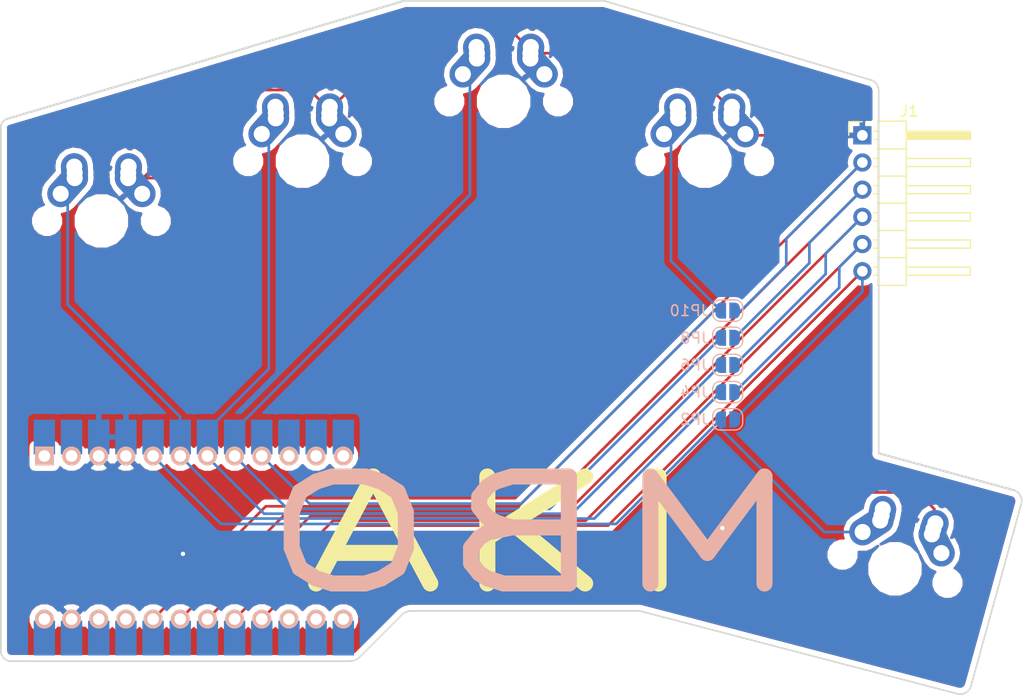
<source format=kicad_pcb>
(kicad_pcb (version 20171130) (host pcbnew "(5.0.0)")

  (general
    (thickness 1.6)
    (drawings 22)
    (tracks 122)
    (zones 0)
    (modules 12)
    (nets 23)
  )

  (page A4)
  (layers
    (0 F.Cu signal)
    (31 B.Cu signal)
    (32 B.Adhes user)
    (33 F.Adhes user)
    (34 B.Paste user)
    (35 F.Paste user)
    (36 B.SilkS user)
    (37 F.SilkS user)
    (38 B.Mask user)
    (39 F.Mask user)
    (40 Dwgs.User user)
    (41 Cmts.User user)
    (42 Eco1.User user)
    (43 Eco2.User user)
    (44 Edge.Cuts user)
    (45 Margin user)
    (46 B.CrtYd user)
    (47 F.CrtYd user)
    (48 B.Fab user)
    (49 F.Fab user)
  )

  (setup
    (last_trace_width 0.25)
    (trace_clearance 0.2)
    (zone_clearance 0.508)
    (zone_45_only no)
    (trace_min 0.2)
    (segment_width 0.2)
    (edge_width 0.15)
    (via_size 0.8)
    (via_drill 0.4)
    (via_min_size 0.4)
    (via_min_drill 0.3)
    (uvia_size 0.3)
    (uvia_drill 0.1)
    (uvias_allowed no)
    (uvia_min_size 0.2)
    (uvia_min_drill 0.1)
    (pcb_text_width 0.3)
    (pcb_text_size 1.5 1.5)
    (mod_edge_width 0.15)
    (mod_text_size 1 1)
    (mod_text_width 0.15)
    (pad_size 1.524 1.524)
    (pad_drill 0.762)
    (pad_to_mask_clearance 0.051)
    (solder_mask_min_width 0.25)
    (aux_axis_origin 0 0)
    (visible_elements 7FFFFFFF)
    (pcbplotparams
      (layerselection 0x010fc_ffffffff)
      (usegerberextensions false)
      (usegerberattributes false)
      (usegerberadvancedattributes false)
      (creategerberjobfile false)
      (excludeedgelayer true)
      (linewidth 0.100000)
      (plotframeref false)
      (viasonmask false)
      (mode 1)
      (useauxorigin false)
      (hpglpennumber 1)
      (hpglpenspeed 20)
      (hpglpendiameter 15.000000)
      (psnegative false)
      (psa4output false)
      (plotreference true)
      (plotvalue true)
      (plotinvisibletext false)
      (padsonsilk false)
      (subtractmaskfromsilk false)
      (outputformat 1)
      (mirror false)
      (drillshape 0)
      (scaleselection 1)
      (outputdirectory "export/"))
  )

  (net 0 "")
  (net 1 GND)
  (net 2 /SW3)
  (net 3 /SW2)
  (net 4 /SW1)
  (net 5 /SW5)
  (net 6 /SW4)
  (net 7 /SW6)
  (net 8 /SW10)
  (net 9 /SW9)
  (net 10 /SW8)
  (net 11 /SW7)
  (net 12 "Net-(U1-Pad13)")
  (net 13 "Net-(U1-Pad14)")
  (net 14 "Net-(U1-Pad15)")
  (net 15 "Net-(U1-Pad21)")
  (net 16 "Net-(U1-Pad22)")
  (net 17 "Net-(U1-Pad24)")
  (net 18 "Net-(U1-Pad12)")
  (net 19 "Net-(U1-Pad11)")
  (net 20 "Net-(U1-Pad10)")
  (net 21 "Net-(U1-Pad2)")
  (net 22 "Net-(U1-Pad1)")

  (net_class Default "This is the default net class."
    (clearance 0.2)
    (trace_width 0.25)
    (via_dia 0.8)
    (via_drill 0.4)
    (uvia_dia 0.3)
    (uvia_drill 0.1)
    (add_net /SW1)
    (add_net /SW10)
    (add_net /SW2)
    (add_net /SW3)
    (add_net /SW4)
    (add_net /SW5)
    (add_net /SW6)
    (add_net /SW7)
    (add_net /SW8)
    (add_net /SW9)
    (add_net GND)
    (add_net "Net-(U1-Pad1)")
    (add_net "Net-(U1-Pad10)")
    (add_net "Net-(U1-Pad11)")
    (add_net "Net-(U1-Pad12)")
    (add_net "Net-(U1-Pad13)")
    (add_net "Net-(U1-Pad14)")
    (add_net "Net-(U1-Pad15)")
    (add_net "Net-(U1-Pad2)")
    (add_net "Net-(U1-Pad21)")
    (add_net "Net-(U1-Pad22)")
    (add_net "Net-(U1-Pad24)")
  )

  (module Connector_PinHeader_2.54mm:PinHeader_1x06_P2.54mm_Horizontal (layer F.Cu) (tedit 59FED5CB) (tstamp 5DF7FF83)
    (at 90.424 94.107)
    (descr "Through hole angled pin header, 1x06, 2.54mm pitch, 6mm pin length, single row")
    (tags "Through hole angled pin header THT 1x06 2.54mm single row")
    (path /5DB1BAE3)
    (fp_text reference J1 (at 4.385 -2.27) (layer F.SilkS)
      (effects (font (size 1 1) (thickness 0.15)))
    )
    (fp_text value Conn_01x06_Male (at 4.385 14.97) (layer F.Fab)
      (effects (font (size 1 1) (thickness 0.15)))
    )
    (fp_text user %R (at 2.77 6.35 90) (layer F.Fab)
      (effects (font (size 1 1) (thickness 0.15)))
    )
    (fp_line (start 10.55 -1.8) (end -1.8 -1.8) (layer F.CrtYd) (width 0.05))
    (fp_line (start 10.55 14.5) (end 10.55 -1.8) (layer F.CrtYd) (width 0.05))
    (fp_line (start -1.8 14.5) (end 10.55 14.5) (layer F.CrtYd) (width 0.05))
    (fp_line (start -1.8 -1.8) (end -1.8 14.5) (layer F.CrtYd) (width 0.05))
    (fp_line (start -1.27 -1.27) (end 0 -1.27) (layer F.SilkS) (width 0.12))
    (fp_line (start -1.27 0) (end -1.27 -1.27) (layer F.SilkS) (width 0.12))
    (fp_line (start 1.042929 13.08) (end 1.44 13.08) (layer F.SilkS) (width 0.12))
    (fp_line (start 1.042929 12.32) (end 1.44 12.32) (layer F.SilkS) (width 0.12))
    (fp_line (start 10.1 13.08) (end 4.1 13.08) (layer F.SilkS) (width 0.12))
    (fp_line (start 10.1 12.32) (end 10.1 13.08) (layer F.SilkS) (width 0.12))
    (fp_line (start 4.1 12.32) (end 10.1 12.32) (layer F.SilkS) (width 0.12))
    (fp_line (start 1.44 11.43) (end 4.1 11.43) (layer F.SilkS) (width 0.12))
    (fp_line (start 1.042929 10.54) (end 1.44 10.54) (layer F.SilkS) (width 0.12))
    (fp_line (start 1.042929 9.78) (end 1.44 9.78) (layer F.SilkS) (width 0.12))
    (fp_line (start 10.1 10.54) (end 4.1 10.54) (layer F.SilkS) (width 0.12))
    (fp_line (start 10.1 9.78) (end 10.1 10.54) (layer F.SilkS) (width 0.12))
    (fp_line (start 4.1 9.78) (end 10.1 9.78) (layer F.SilkS) (width 0.12))
    (fp_line (start 1.44 8.89) (end 4.1 8.89) (layer F.SilkS) (width 0.12))
    (fp_line (start 1.042929 8) (end 1.44 8) (layer F.SilkS) (width 0.12))
    (fp_line (start 1.042929 7.24) (end 1.44 7.24) (layer F.SilkS) (width 0.12))
    (fp_line (start 10.1 8) (end 4.1 8) (layer F.SilkS) (width 0.12))
    (fp_line (start 10.1 7.24) (end 10.1 8) (layer F.SilkS) (width 0.12))
    (fp_line (start 4.1 7.24) (end 10.1 7.24) (layer F.SilkS) (width 0.12))
    (fp_line (start 1.44 6.35) (end 4.1 6.35) (layer F.SilkS) (width 0.12))
    (fp_line (start 1.042929 5.46) (end 1.44 5.46) (layer F.SilkS) (width 0.12))
    (fp_line (start 1.042929 4.7) (end 1.44 4.7) (layer F.SilkS) (width 0.12))
    (fp_line (start 10.1 5.46) (end 4.1 5.46) (layer F.SilkS) (width 0.12))
    (fp_line (start 10.1 4.7) (end 10.1 5.46) (layer F.SilkS) (width 0.12))
    (fp_line (start 4.1 4.7) (end 10.1 4.7) (layer F.SilkS) (width 0.12))
    (fp_line (start 1.44 3.81) (end 4.1 3.81) (layer F.SilkS) (width 0.12))
    (fp_line (start 1.042929 2.92) (end 1.44 2.92) (layer F.SilkS) (width 0.12))
    (fp_line (start 1.042929 2.16) (end 1.44 2.16) (layer F.SilkS) (width 0.12))
    (fp_line (start 10.1 2.92) (end 4.1 2.92) (layer F.SilkS) (width 0.12))
    (fp_line (start 10.1 2.16) (end 10.1 2.92) (layer F.SilkS) (width 0.12))
    (fp_line (start 4.1 2.16) (end 10.1 2.16) (layer F.SilkS) (width 0.12))
    (fp_line (start 1.44 1.27) (end 4.1 1.27) (layer F.SilkS) (width 0.12))
    (fp_line (start 1.11 0.38) (end 1.44 0.38) (layer F.SilkS) (width 0.12))
    (fp_line (start 1.11 -0.38) (end 1.44 -0.38) (layer F.SilkS) (width 0.12))
    (fp_line (start 4.1 0.28) (end 10.1 0.28) (layer F.SilkS) (width 0.12))
    (fp_line (start 4.1 0.16) (end 10.1 0.16) (layer F.SilkS) (width 0.12))
    (fp_line (start 4.1 0.04) (end 10.1 0.04) (layer F.SilkS) (width 0.12))
    (fp_line (start 4.1 -0.08) (end 10.1 -0.08) (layer F.SilkS) (width 0.12))
    (fp_line (start 4.1 -0.2) (end 10.1 -0.2) (layer F.SilkS) (width 0.12))
    (fp_line (start 4.1 -0.32) (end 10.1 -0.32) (layer F.SilkS) (width 0.12))
    (fp_line (start 10.1 0.38) (end 4.1 0.38) (layer F.SilkS) (width 0.12))
    (fp_line (start 10.1 -0.38) (end 10.1 0.38) (layer F.SilkS) (width 0.12))
    (fp_line (start 4.1 -0.38) (end 10.1 -0.38) (layer F.SilkS) (width 0.12))
    (fp_line (start 4.1 -1.33) (end 1.44 -1.33) (layer F.SilkS) (width 0.12))
    (fp_line (start 4.1 14.03) (end 4.1 -1.33) (layer F.SilkS) (width 0.12))
    (fp_line (start 1.44 14.03) (end 4.1 14.03) (layer F.SilkS) (width 0.12))
    (fp_line (start 1.44 -1.33) (end 1.44 14.03) (layer F.SilkS) (width 0.12))
    (fp_line (start 4.04 13.02) (end 10.04 13.02) (layer F.Fab) (width 0.1))
    (fp_line (start 10.04 12.38) (end 10.04 13.02) (layer F.Fab) (width 0.1))
    (fp_line (start 4.04 12.38) (end 10.04 12.38) (layer F.Fab) (width 0.1))
    (fp_line (start -0.32 13.02) (end 1.5 13.02) (layer F.Fab) (width 0.1))
    (fp_line (start -0.32 12.38) (end -0.32 13.02) (layer F.Fab) (width 0.1))
    (fp_line (start -0.32 12.38) (end 1.5 12.38) (layer F.Fab) (width 0.1))
    (fp_line (start 4.04 10.48) (end 10.04 10.48) (layer F.Fab) (width 0.1))
    (fp_line (start 10.04 9.84) (end 10.04 10.48) (layer F.Fab) (width 0.1))
    (fp_line (start 4.04 9.84) (end 10.04 9.84) (layer F.Fab) (width 0.1))
    (fp_line (start -0.32 10.48) (end 1.5 10.48) (layer F.Fab) (width 0.1))
    (fp_line (start -0.32 9.84) (end -0.32 10.48) (layer F.Fab) (width 0.1))
    (fp_line (start -0.32 9.84) (end 1.5 9.84) (layer F.Fab) (width 0.1))
    (fp_line (start 4.04 7.94) (end 10.04 7.94) (layer F.Fab) (width 0.1))
    (fp_line (start 10.04 7.3) (end 10.04 7.94) (layer F.Fab) (width 0.1))
    (fp_line (start 4.04 7.3) (end 10.04 7.3) (layer F.Fab) (width 0.1))
    (fp_line (start -0.32 7.94) (end 1.5 7.94) (layer F.Fab) (width 0.1))
    (fp_line (start -0.32 7.3) (end -0.32 7.94) (layer F.Fab) (width 0.1))
    (fp_line (start -0.32 7.3) (end 1.5 7.3) (layer F.Fab) (width 0.1))
    (fp_line (start 4.04 5.4) (end 10.04 5.4) (layer F.Fab) (width 0.1))
    (fp_line (start 10.04 4.76) (end 10.04 5.4) (layer F.Fab) (width 0.1))
    (fp_line (start 4.04 4.76) (end 10.04 4.76) (layer F.Fab) (width 0.1))
    (fp_line (start -0.32 5.4) (end 1.5 5.4) (layer F.Fab) (width 0.1))
    (fp_line (start -0.32 4.76) (end -0.32 5.4) (layer F.Fab) (width 0.1))
    (fp_line (start -0.32 4.76) (end 1.5 4.76) (layer F.Fab) (width 0.1))
    (fp_line (start 4.04 2.86) (end 10.04 2.86) (layer F.Fab) (width 0.1))
    (fp_line (start 10.04 2.22) (end 10.04 2.86) (layer F.Fab) (width 0.1))
    (fp_line (start 4.04 2.22) (end 10.04 2.22) (layer F.Fab) (width 0.1))
    (fp_line (start -0.32 2.86) (end 1.5 2.86) (layer F.Fab) (width 0.1))
    (fp_line (start -0.32 2.22) (end -0.32 2.86) (layer F.Fab) (width 0.1))
    (fp_line (start -0.32 2.22) (end 1.5 2.22) (layer F.Fab) (width 0.1))
    (fp_line (start 4.04 0.32) (end 10.04 0.32) (layer F.Fab) (width 0.1))
    (fp_line (start 10.04 -0.32) (end 10.04 0.32) (layer F.Fab) (width 0.1))
    (fp_line (start 4.04 -0.32) (end 10.04 -0.32) (layer F.Fab) (width 0.1))
    (fp_line (start -0.32 0.32) (end 1.5 0.32) (layer F.Fab) (width 0.1))
    (fp_line (start -0.32 -0.32) (end -0.32 0.32) (layer F.Fab) (width 0.1))
    (fp_line (start -0.32 -0.32) (end 1.5 -0.32) (layer F.Fab) (width 0.1))
    (fp_line (start 1.5 -0.635) (end 2.135 -1.27) (layer F.Fab) (width 0.1))
    (fp_line (start 1.5 13.97) (end 1.5 -0.635) (layer F.Fab) (width 0.1))
    (fp_line (start 4.04 13.97) (end 1.5 13.97) (layer F.Fab) (width 0.1))
    (fp_line (start 4.04 -1.27) (end 4.04 13.97) (layer F.Fab) (width 0.1))
    (fp_line (start 2.135 -1.27) (end 4.04 -1.27) (layer F.Fab) (width 0.1))
    (pad 6 thru_hole oval (at 0 12.7) (size 1.7 1.7) (drill 1) (layers *.Cu *.Mask)
      (net 7 /SW6))
    (pad 5 thru_hole oval (at 0 10.16) (size 1.7 1.7) (drill 1) (layers *.Cu *.Mask)
      (net 11 /SW7))
    (pad 4 thru_hole oval (at 0 7.62) (size 1.7 1.7) (drill 1) (layers *.Cu *.Mask)
      (net 10 /SW8))
    (pad 3 thru_hole oval (at 0 5.08) (size 1.7 1.7) (drill 1) (layers *.Cu *.Mask)
      (net 9 /SW9))
    (pad 2 thru_hole oval (at 0 2.54) (size 1.7 1.7) (drill 1) (layers *.Cu *.Mask)
      (net 8 /SW10))
    (pad 1 thru_hole rect (at 0 0) (size 1.7 1.7) (drill 1) (layers *.Cu *.Mask)
      (net 1 GND))
    (model ${KISYS3DMOD}/Connector_PinHeader_2.54mm.3dshapes/PinHeader_1x06_P2.54mm_Horizontal.wrl
      (at (xyz 0 0 0))
      (scale (xyz 1 1 1))
      (rotate (xyz 0 0 0))
    )
  )

  (module Jumper:SolderJumper-2_P1.3mm_Open_RoundedPad1.0x1.5mm (layer B.Cu) (tedit 5B391E66) (tstamp 5DBFB6EF)
    (at 77.836 118.11)
    (descr "SMD Solder Jumper, 1x1.5mm, rounded Pads, 0.3mm gap, open")
    (tags "solder jumper open")
    (path /5DB1F446)
    (attr virtual)
    (fp_text reference JP4 (at -3.083305 0) (layer B.SilkS)
      (effects (font (size 1 1) (thickness 0.15)) (justify mirror))
    )
    (fp_text value Jumper_NO_Small (at 0 -1.9) (layer B.Fab)
      (effects (font (size 1 1) (thickness 0.15)) (justify mirror))
    )
    (fp_line (start 1.65 -1.25) (end -1.65 -1.25) (layer B.CrtYd) (width 0.05))
    (fp_line (start 1.65 -1.25) (end 1.65 1.25) (layer B.CrtYd) (width 0.05))
    (fp_line (start -1.65 1.25) (end -1.65 -1.25) (layer B.CrtYd) (width 0.05))
    (fp_line (start -1.65 1.25) (end 1.65 1.25) (layer B.CrtYd) (width 0.05))
    (fp_line (start -0.7 1) (end 0.7 1) (layer B.SilkS) (width 0.12))
    (fp_line (start 1.4 0.3) (end 1.4 -0.3) (layer B.SilkS) (width 0.12))
    (fp_line (start 0.7 -1) (end -0.7 -1) (layer B.SilkS) (width 0.12))
    (fp_line (start -1.4 -0.3) (end -1.4 0.3) (layer B.SilkS) (width 0.12))
    (fp_arc (start -0.7 0.3) (end -0.7 1) (angle 90) (layer B.SilkS) (width 0.12))
    (fp_arc (start -0.7 -0.3) (end -1.4 -0.3) (angle 90) (layer B.SilkS) (width 0.12))
    (fp_arc (start 0.7 -0.3) (end 0.7 -1) (angle 90) (layer B.SilkS) (width 0.12))
    (fp_arc (start 0.7 0.3) (end 1.4 0.3) (angle 90) (layer B.SilkS) (width 0.12))
    (pad 2 smd custom (at 0.65 0) (size 1 0.5) (layers B.Cu B.Mask)
      (net 11 /SW7) (zone_connect 0)
      (options (clearance outline) (anchor rect))
      (primitives
        (gr_circle (center 0 -0.25) (end 0.5 -0.25) (width 0))
        (gr_circle (center 0 0.25) (end 0.5 0.25) (width 0))
        (gr_poly (pts
           (xy 0 0.75) (xy -0.5 0.75) (xy -0.5 -0.75) (xy 0 -0.75)) (width 0))
      ))
    (pad 1 smd custom (at -0.65 0) (size 1 0.5) (layers B.Cu B.Mask)
      (net 3 /SW2) (zone_connect 0)
      (options (clearance outline) (anchor rect))
      (primitives
        (gr_circle (center 0 -0.25) (end 0.5 -0.25) (width 0))
        (gr_circle (center 0 0.25) (end 0.5 0.25) (width 0))
        (gr_poly (pts
           (xy 0 0.75) (xy 0.5 0.75) (xy 0.5 -0.75) (xy 0 -0.75)) (width 0))
      ))
  )

  (module Jumper:SolderJumper-2_P1.3mm_Open_RoundedPad1.0x1.5mm (layer B.Cu) (tedit 5B391E66) (tstamp 5DBFB6CD)
    (at 77.836 115.57)
    (descr "SMD Solder Jumper, 1x1.5mm, rounded Pads, 0.3mm gap, open")
    (tags "solder jumper open")
    (path /5DB1F72A)
    (attr virtual)
    (fp_text reference JP6 (at -3.083305 0) (layer B.SilkS)
      (effects (font (size 1 1) (thickness 0.15)) (justify mirror))
    )
    (fp_text value Jumper_NO_Small (at 0 -1.9) (layer B.Fab)
      (effects (font (size 1 1) (thickness 0.15)) (justify mirror))
    )
    (fp_line (start 1.65 -1.25) (end -1.65 -1.25) (layer B.CrtYd) (width 0.05))
    (fp_line (start 1.65 -1.25) (end 1.65 1.25) (layer B.CrtYd) (width 0.05))
    (fp_line (start -1.65 1.25) (end -1.65 -1.25) (layer B.CrtYd) (width 0.05))
    (fp_line (start -1.65 1.25) (end 1.65 1.25) (layer B.CrtYd) (width 0.05))
    (fp_line (start -0.7 1) (end 0.7 1) (layer B.SilkS) (width 0.12))
    (fp_line (start 1.4 0.3) (end 1.4 -0.3) (layer B.SilkS) (width 0.12))
    (fp_line (start 0.7 -1) (end -0.7 -1) (layer B.SilkS) (width 0.12))
    (fp_line (start -1.4 -0.3) (end -1.4 0.3) (layer B.SilkS) (width 0.12))
    (fp_arc (start -0.7 0.3) (end -0.7 1) (angle 90) (layer B.SilkS) (width 0.12))
    (fp_arc (start -0.7 -0.3) (end -1.4 -0.3) (angle 90) (layer B.SilkS) (width 0.12))
    (fp_arc (start 0.7 -0.3) (end 0.7 -1) (angle 90) (layer B.SilkS) (width 0.12))
    (fp_arc (start 0.7 0.3) (end 1.4 0.3) (angle 90) (layer B.SilkS) (width 0.12))
    (pad 2 smd custom (at 0.65 0) (size 1 0.5) (layers B.Cu B.Mask)
      (net 10 /SW8) (zone_connect 0)
      (options (clearance outline) (anchor rect))
      (primitives
        (gr_circle (center 0 -0.25) (end 0.5 -0.25) (width 0))
        (gr_circle (center 0 0.25) (end 0.5 0.25) (width 0))
        (gr_poly (pts
           (xy 0 0.75) (xy -0.5 0.75) (xy -0.5 -0.75) (xy 0 -0.75)) (width 0))
      ))
    (pad 1 smd custom (at -0.65 0) (size 1 0.5) (layers B.Cu B.Mask)
      (net 2 /SW3) (zone_connect 0)
      (options (clearance outline) (anchor rect))
      (primitives
        (gr_circle (center 0 -0.25) (end 0.5 -0.25) (width 0))
        (gr_circle (center 0 0.25) (end 0.5 0.25) (width 0))
        (gr_poly (pts
           (xy 0 0.75) (xy 0.5 0.75) (xy 0.5 -0.75) (xy 0 -0.75)) (width 0))
      ))
  )

  (module Jumper:SolderJumper-2_P1.3mm_Open_RoundedPad1.0x1.5mm (layer B.Cu) (tedit 5B391E66) (tstamp 5DBFB6AB)
    (at 77.836 110.49)
    (descr "SMD Solder Jumper, 1x1.5mm, rounded Pads, 0.3mm gap, open")
    (tags "solder jumper open")
    (path /5DB1FCF1)
    (attr virtual)
    (fp_text reference JP10 (at -3.591305 0) (layer B.SilkS)
      (effects (font (size 1 1) (thickness 0.15)) (justify mirror))
    )
    (fp_text value Jumper_NO_Small (at 0 -1.9) (layer B.Fab)
      (effects (font (size 1 1) (thickness 0.15)) (justify mirror))
    )
    (fp_line (start 1.65 -1.25) (end -1.65 -1.25) (layer B.CrtYd) (width 0.05))
    (fp_line (start 1.65 -1.25) (end 1.65 1.25) (layer B.CrtYd) (width 0.05))
    (fp_line (start -1.65 1.25) (end -1.65 -1.25) (layer B.CrtYd) (width 0.05))
    (fp_line (start -1.65 1.25) (end 1.65 1.25) (layer B.CrtYd) (width 0.05))
    (fp_line (start -0.7 1) (end 0.7 1) (layer B.SilkS) (width 0.12))
    (fp_line (start 1.4 0.3) (end 1.4 -0.3) (layer B.SilkS) (width 0.12))
    (fp_line (start 0.7 -1) (end -0.7 -1) (layer B.SilkS) (width 0.12))
    (fp_line (start -1.4 -0.3) (end -1.4 0.3) (layer B.SilkS) (width 0.12))
    (fp_arc (start -0.7 0.3) (end -0.7 1) (angle 90) (layer B.SilkS) (width 0.12))
    (fp_arc (start -0.7 -0.3) (end -1.4 -0.3) (angle 90) (layer B.SilkS) (width 0.12))
    (fp_arc (start 0.7 -0.3) (end 0.7 -1) (angle 90) (layer B.SilkS) (width 0.12))
    (fp_arc (start 0.7 0.3) (end 1.4 0.3) (angle 90) (layer B.SilkS) (width 0.12))
    (pad 2 smd custom (at 0.65 0) (size 1 0.5) (layers B.Cu B.Mask)
      (net 8 /SW10) (zone_connect 0)
      (options (clearance outline) (anchor rect))
      (primitives
        (gr_circle (center 0 -0.25) (end 0.5 -0.25) (width 0))
        (gr_circle (center 0 0.25) (end 0.5 0.25) (width 0))
        (gr_poly (pts
           (xy 0 0.75) (xy -0.5 0.75) (xy -0.5 -0.75) (xy 0 -0.75)) (width 0))
      ))
    (pad 1 smd custom (at -0.65 0) (size 1 0.5) (layers B.Cu B.Mask)
      (net 5 /SW5) (zone_connect 0)
      (options (clearance outline) (anchor rect))
      (primitives
        (gr_circle (center 0 -0.25) (end 0.5 -0.25) (width 0))
        (gr_circle (center 0 0.25) (end 0.5 0.25) (width 0))
        (gr_poly (pts
           (xy 0 0.75) (xy 0.5 0.75) (xy 0.5 -0.75) (xy 0 -0.75)) (width 0))
      ))
  )

  (module Jumper:SolderJumper-2_P1.3mm_Open_RoundedPad1.0x1.5mm (layer B.Cu) (tedit 5B391E66) (tstamp 5DBFB69A)
    (at 77.836 113.03)
    (descr "SMD Solder Jumper, 1x1.5mm, rounded Pads, 0.3mm gap, open")
    (tags "solder jumper open")
    (path /5DB1FA0D)
    (attr virtual)
    (fp_text reference JP8 (at -3.083305 0.025834) (layer B.SilkS)
      (effects (font (size 1 1) (thickness 0.15)) (justify mirror))
    )
    (fp_text value Jumper_NO_Small (at 0 -1.9) (layer B.Fab)
      (effects (font (size 1 1) (thickness 0.15)) (justify mirror))
    )
    (fp_line (start 1.65 -1.25) (end -1.65 -1.25) (layer B.CrtYd) (width 0.05))
    (fp_line (start 1.65 -1.25) (end 1.65 1.25) (layer B.CrtYd) (width 0.05))
    (fp_line (start -1.65 1.25) (end -1.65 -1.25) (layer B.CrtYd) (width 0.05))
    (fp_line (start -1.65 1.25) (end 1.65 1.25) (layer B.CrtYd) (width 0.05))
    (fp_line (start -0.7 1) (end 0.7 1) (layer B.SilkS) (width 0.12))
    (fp_line (start 1.4 0.3) (end 1.4 -0.3) (layer B.SilkS) (width 0.12))
    (fp_line (start 0.7 -1) (end -0.7 -1) (layer B.SilkS) (width 0.12))
    (fp_line (start -1.4 -0.3) (end -1.4 0.3) (layer B.SilkS) (width 0.12))
    (fp_arc (start -0.7 0.3) (end -0.7 1) (angle 90) (layer B.SilkS) (width 0.12))
    (fp_arc (start -0.7 -0.3) (end -1.4 -0.3) (angle 90) (layer B.SilkS) (width 0.12))
    (fp_arc (start 0.7 -0.3) (end 0.7 -1) (angle 90) (layer B.SilkS) (width 0.12))
    (fp_arc (start 0.7 0.3) (end 1.4 0.3) (angle 90) (layer B.SilkS) (width 0.12))
    (pad 2 smd custom (at 0.65 0) (size 1 0.5) (layers B.Cu B.Mask)
      (net 9 /SW9) (zone_connect 0)
      (options (clearance outline) (anchor rect))
      (primitives
        (gr_circle (center 0 -0.25) (end 0.5 -0.25) (width 0))
        (gr_circle (center 0 0.25) (end 0.5 0.25) (width 0))
        (gr_poly (pts
           (xy 0 0.75) (xy -0.5 0.75) (xy -0.5 -0.75) (xy 0 -0.75)) (width 0))
      ))
    (pad 1 smd custom (at -0.65 0) (size 1 0.5) (layers B.Cu B.Mask)
      (net 6 /SW4) (zone_connect 0)
      (options (clearance outline) (anchor rect))
      (primitives
        (gr_circle (center 0 -0.25) (end 0.5 -0.25) (width 0))
        (gr_circle (center 0 0.25) (end 0.5 0.25) (width 0))
        (gr_poly (pts
           (xy 0 0.75) (xy 0.5 0.75) (xy 0.5 -0.75) (xy 0 -0.75)) (width 0))
      ))
  )

  (module Jumper:SolderJumper-2_P1.3mm_Open_RoundedPad1.0x1.5mm (layer B.Cu) (tedit 5B391E66) (tstamp 5DBFB689)
    (at 77.836 120.65)
    (descr "SMD Solder Jumper, 1x1.5mm, rounded Pads, 0.3mm gap, open")
    (tags "solder jumper open")
    (path /5DB1EB07)
    (attr virtual)
    (fp_text reference JP2 (at -3.083305 0) (layer B.SilkS)
      (effects (font (size 1 1) (thickness 0.15)) (justify mirror))
    )
    (fp_text value Jumper_NO_Small (at 0 -1.9) (layer B.Fab)
      (effects (font (size 1 1) (thickness 0.15)) (justify mirror))
    )
    (fp_line (start 1.65 -1.25) (end -1.65 -1.25) (layer B.CrtYd) (width 0.05))
    (fp_line (start 1.65 -1.25) (end 1.65 1.25) (layer B.CrtYd) (width 0.05))
    (fp_line (start -1.65 1.25) (end -1.65 -1.25) (layer B.CrtYd) (width 0.05))
    (fp_line (start -1.65 1.25) (end 1.65 1.25) (layer B.CrtYd) (width 0.05))
    (fp_line (start -0.7 1) (end 0.7 1) (layer B.SilkS) (width 0.12))
    (fp_line (start 1.4 0.3) (end 1.4 -0.3) (layer B.SilkS) (width 0.12))
    (fp_line (start 0.7 -1) (end -0.7 -1) (layer B.SilkS) (width 0.12))
    (fp_line (start -1.4 -0.3) (end -1.4 0.3) (layer B.SilkS) (width 0.12))
    (fp_arc (start -0.7 0.3) (end -0.7 1) (angle 90) (layer B.SilkS) (width 0.12))
    (fp_arc (start -0.7 -0.3) (end -1.4 -0.3) (angle 90) (layer B.SilkS) (width 0.12))
    (fp_arc (start 0.7 -0.3) (end 0.7 -1) (angle 90) (layer B.SilkS) (width 0.12))
    (fp_arc (start 0.7 0.3) (end 1.4 0.3) (angle 90) (layer B.SilkS) (width 0.12))
    (pad 2 smd custom (at 0.65 0) (size 1 0.5) (layers B.Cu B.Mask)
      (net 7 /SW6) (zone_connect 0)
      (options (clearance outline) (anchor rect))
      (primitives
        (gr_circle (center 0 -0.25) (end 0.5 -0.25) (width 0))
        (gr_circle (center 0 0.25) (end 0.5 0.25) (width 0))
        (gr_poly (pts
           (xy 0 0.75) (xy -0.5 0.75) (xy -0.5 -0.75) (xy 0 -0.75)) (width 0))
      ))
    (pad 1 smd custom (at -0.65 0) (size 1 0.5) (layers B.Cu B.Mask)
      (net 4 /SW1) (zone_connect 0)
      (options (clearance outline) (anchor rect))
      (primitives
        (gr_circle (center 0 -0.25) (end 0.5 -0.25) (width 0))
        (gr_circle (center 0 0.25) (end 0.5 0.25) (width 0))
        (gr_poly (pts
           (xy 0 0.75) (xy 0.5 0.75) (xy 0.5 -0.75) (xy 0 -0.75)) (width 0))
      ))
  )

  (module Keebio-Parts:Hybrid_PCB_100H_Dual_hole (layer F.Cu) (tedit 5A41EBEB) (tstamp 5DBF9AAA)
    (at 93.472 134.62 345)
    (path /5DF70DFA)
    (fp_text reference SW5 (at 0 3.174999 345) (layer F.SilkS) hide
      (effects (font (size 1.27 1.524) (thickness 0.2032)))
    )
    (fp_text value SW_Push (at 0 5.08 345) (layer F.SilkS) hide
      (effects (font (size 1.27 1.524) (thickness 0.2032)))
    )
    (fp_line (start -6.985 6.985) (end -6.985 -6.985) (layer Eco2.User) (width 0.1524))
    (fp_line (start 6.985 6.985) (end -6.985 6.985) (layer Eco2.User) (width 0.1524))
    (fp_line (start 6.985 -6.985) (end 6.985 6.985) (layer Eco2.User) (width 0.1524))
    (fp_line (start -6.985 -6.985) (end 6.985 -6.985) (layer Eco2.User) (width 0.1524))
    (fp_line (start -9.398 9.398) (end -9.398 -9.398) (layer Dwgs.User) (width 0.1524))
    (fp_line (start 9.398 9.398) (end -9.398 9.398) (layer Dwgs.User) (width 0.1524))
    (fp_line (start 9.398 -9.398) (end 9.398 9.398) (layer Dwgs.User) (width 0.1524))
    (fp_line (start -9.398 -9.398) (end 9.398 -9.398) (layer Dwgs.User) (width 0.1524))
    (fp_line (start -6.35 6.35) (end -6.35 -6.35) (layer Cmts.User) (width 0.1524))
    (fp_line (start 6.35 6.35) (end -6.35 6.35) (layer Cmts.User) (width 0.1524))
    (fp_line (start 6.35 -6.35) (end 6.35 6.35) (layer Cmts.User) (width 0.1524))
    (fp_line (start -6.35 -6.35) (end 6.35 -6.35) (layer Cmts.User) (width 0.1524))
    (pad 2 smd oval (at 2.52 -4.79 341.055) (size 2.5 3.081378) (layers B.Cu B.Paste B.Mask)
      (net 1 GND))
    (pad 2 smd oval (at 3.155 -3.27 206.9) (size 2.5 4.461556) (layers F.Cu F.Paste F.Mask)
      (net 1 GND))
    (pad 1 smd oval (at -2.52 -4.79 348.945) (size 2.5 3.081378) (layers F.Cu F.Paste F.Mask)
      (net 4 /SW1))
    (pad 1 smd oval (at -3.155 -3.27 123.1) (size 2.5 4.461556) (layers F.Cu F.Paste F.Mask)
      (net 4 /SW1))
    (pad 1 thru_hole circle (at -2.54 -5.08 315.95) (size 2 2) (drill 1.5) (layers *.Cu *.Mask)
      (net 4 /SW1))
    (pad 1 thru_hole circle (at -2.5 -4.5 315.95) (size 2 2) (drill 1.5) (layers *.Cu *.Mask)
      (net 4 /SW1))
    (pad 1 smd oval (at -2.52 -4.79 348.945) (size 2.5 3.081378) (layers B.Cu B.Paste B.Mask)
      (net 4 /SW1))
    (pad 2 thru_hole circle (at 3.81 -2.54 315.95) (size 2 2) (drill 1.5) (layers *.Cu *.Mask)
      (net 1 GND))
    (pad 2 thru_hole circle (at 2.5 -4 345) (size 2 2) (drill 1.5) (layers *.Cu *.Mask)
      (net 1 GND))
    (pad 1 smd oval (at -3.155 -3.27 123.1) (size 2.5 4.461556) (layers B.Cu B.Paste B.Mask)
      (net 4 /SW1))
    (pad 2 smd oval (at 3.155 -3.27 206.9) (size 2.5 4.461556) (layers B.Cu B.Paste B.Mask)
      (net 1 GND))
    (pad 1 thru_hole circle (at -3.81 -2.54 315.95) (size 2 2) (drill 1.5) (layers *.Cu *.Mask)
      (net 4 /SW1))
    (pad HOLE np_thru_hole circle (at 5.08 0 345) (size 1.8 1.8) (drill 1.8) (layers *.Cu))
    (pad HOLE np_thru_hole circle (at -5.08 0 345) (size 1.8 1.8) (drill 1.8) (layers *.Cu))
    (pad HOLE np_thru_hole circle (at 0 0 345) (size 3.9878 3.9878) (drill 3.9878) (layers *.Cu))
    (pad 1 thru_hole circle (at -2.5 -4 315.95) (size 2 2) (drill 1.5) (layers *.Cu *.Mask)
      (net 4 /SW1))
    (pad 2 thru_hole circle (at 2.54 -5.08 315.95) (size 2 2) (drill 1.5) (layers *.Cu *.Mask)
      (net 1 GND))
    (pad 2 thru_hole circle (at 2.5 -4.5 315.95) (size 2 2) (drill 1.5) (layers *.Cu *.Mask)
      (net 1 GND))
    (pad 2 smd oval (at 2.52 -4.79 341.055) (size 2.5 3.081378) (layers F.Cu F.Paste F.Mask)
      (net 1 GND))
    (model /Users/danny/Documents/proj/custom-keyboard/kicad-libs/3d_models/mx-switch.wrl
      (offset (xyz 7.4675998878479 7.4675998878479 5.943599910736085))
      (scale (xyz 0.4 0.4 0.4))
      (rotate (xyz 270 0 180))
    )
    (model /Users/danny/Documents/proj/custom-keyboard/kicad-libs/3d_models/SA-R3-1u.wrl
      (offset (xyz 0 0 11.93799982070923))
      (scale (xyz 0.394 0.394 0.394))
      (rotate (xyz 270 0 0))
    )
  )

  (module Keebio-Parts:Hybrid_PCB_100H_Dual_hole (layer F.Cu) (tedit 5A41EBEB) (tstamp 5DBF9A88)
    (at 75.692 96.52)
    (path /5DF70E7F)
    (fp_text reference SW4 (at 0 3.175) (layer F.SilkS) hide
      (effects (font (size 1.27 1.524) (thickness 0.2032)))
    )
    (fp_text value SW_Push (at 0 5.08) (layer F.SilkS) hide
      (effects (font (size 1.27 1.524) (thickness 0.2032)))
    )
    (fp_line (start -6.985 6.985) (end -6.985 -6.985) (layer Eco2.User) (width 0.1524))
    (fp_line (start 6.985 6.985) (end -6.985 6.985) (layer Eco2.User) (width 0.1524))
    (fp_line (start 6.985 -6.985) (end 6.985 6.985) (layer Eco2.User) (width 0.1524))
    (fp_line (start -6.985 -6.985) (end 6.985 -6.985) (layer Eco2.User) (width 0.1524))
    (fp_line (start -9.398 9.398) (end -9.398 -9.398) (layer Dwgs.User) (width 0.1524))
    (fp_line (start 9.398 9.398) (end -9.398 9.398) (layer Dwgs.User) (width 0.1524))
    (fp_line (start 9.398 -9.398) (end 9.398 9.398) (layer Dwgs.User) (width 0.1524))
    (fp_line (start -9.398 -9.398) (end 9.398 -9.398) (layer Dwgs.User) (width 0.1524))
    (fp_line (start -6.35 6.35) (end -6.35 -6.35) (layer Cmts.User) (width 0.1524))
    (fp_line (start 6.35 6.35) (end -6.35 6.35) (layer Cmts.User) (width 0.1524))
    (fp_line (start 6.35 -6.35) (end 6.35 6.35) (layer Cmts.User) (width 0.1524))
    (fp_line (start -6.35 -6.35) (end 6.35 -6.35) (layer Cmts.User) (width 0.1524))
    (pad 2 smd oval (at 2.52 -4.79 356.055) (size 2.5 3.081378) (layers B.Cu B.Paste B.Mask)
      (net 1 GND))
    (pad 2 smd oval (at 3.155 -3.27 221.9) (size 2.5 4.461556) (layers F.Cu F.Paste F.Mask)
      (net 1 GND))
    (pad 1 smd oval (at -2.52 -4.79 3.945) (size 2.5 3.081378) (layers F.Cu F.Paste F.Mask)
      (net 5 /SW5))
    (pad 1 smd oval (at -3.155 -3.27 138.1) (size 2.5 4.461556) (layers F.Cu F.Paste F.Mask)
      (net 5 /SW5))
    (pad 1 thru_hole circle (at -2.54 -5.08 330.95) (size 2 2) (drill 1.5) (layers *.Cu *.Mask)
      (net 5 /SW5))
    (pad 1 thru_hole circle (at -2.5 -4.5 330.95) (size 2 2) (drill 1.5) (layers *.Cu *.Mask)
      (net 5 /SW5))
    (pad 1 smd oval (at -2.52 -4.79 3.945) (size 2.5 3.081378) (layers B.Cu B.Paste B.Mask)
      (net 5 /SW5))
    (pad 2 thru_hole circle (at 3.81 -2.54 330.95) (size 2 2) (drill 1.5) (layers *.Cu *.Mask)
      (net 1 GND))
    (pad 2 thru_hole circle (at 2.5 -4) (size 2 2) (drill 1.5) (layers *.Cu *.Mask)
      (net 1 GND))
    (pad 1 smd oval (at -3.155 -3.27 138.1) (size 2.5 4.461556) (layers B.Cu B.Paste B.Mask)
      (net 5 /SW5))
    (pad 2 smd oval (at 3.155 -3.27 221.9) (size 2.5 4.461556) (layers B.Cu B.Paste B.Mask)
      (net 1 GND))
    (pad 1 thru_hole circle (at -3.81 -2.54 330.95) (size 2 2) (drill 1.5) (layers *.Cu *.Mask)
      (net 5 /SW5))
    (pad HOLE np_thru_hole circle (at 5.08 0) (size 1.8 1.8) (drill 1.8) (layers *.Cu))
    (pad HOLE np_thru_hole circle (at -5.08 0) (size 1.8 1.8) (drill 1.8) (layers *.Cu))
    (pad HOLE np_thru_hole circle (at 0 0) (size 3.9878 3.9878) (drill 3.9878) (layers *.Cu))
    (pad 1 thru_hole circle (at -2.5 -4 330.95) (size 2 2) (drill 1.5) (layers *.Cu *.Mask)
      (net 5 /SW5))
    (pad 2 thru_hole circle (at 2.54 -5.08 330.95) (size 2 2) (drill 1.5) (layers *.Cu *.Mask)
      (net 1 GND))
    (pad 2 thru_hole circle (at 2.5 -4.5 330.95) (size 2 2) (drill 1.5) (layers *.Cu *.Mask)
      (net 1 GND))
    (pad 2 smd oval (at 2.52 -4.79 356.055) (size 2.5 3.081378) (layers F.Cu F.Paste F.Mask)
      (net 1 GND))
    (model /Users/danny/Documents/proj/custom-keyboard/kicad-libs/3d_models/mx-switch.wrl
      (offset (xyz 7.4675998878479 7.4675998878479 5.943599910736085))
      (scale (xyz 0.4 0.4 0.4))
      (rotate (xyz 270 0 180))
    )
    (model /Users/danny/Documents/proj/custom-keyboard/kicad-libs/3d_models/SA-R3-1u.wrl
      (offset (xyz 0 0 11.93799982070923))
      (scale (xyz 0.394 0.394 0.394))
      (rotate (xyz 270 0 0))
    )
  )

  (module Keebio-Parts:Hybrid_PCB_100H_Dual_hole (layer F.Cu) (tedit 5A41EBEB) (tstamp 5DBF9A66)
    (at 56.896 90.932)
    (path /5DF7206D)
    (fp_text reference SW3 (at 0 3.175) (layer F.SilkS) hide
      (effects (font (size 1.27 1.524) (thickness 0.2032)))
    )
    (fp_text value SW_Push (at 0 5.08) (layer F.SilkS) hide
      (effects (font (size 1.27 1.524) (thickness 0.2032)))
    )
    (fp_line (start -6.985 6.985) (end -6.985 -6.985) (layer Eco2.User) (width 0.1524))
    (fp_line (start 6.985 6.985) (end -6.985 6.985) (layer Eco2.User) (width 0.1524))
    (fp_line (start 6.985 -6.985) (end 6.985 6.985) (layer Eco2.User) (width 0.1524))
    (fp_line (start -6.985 -6.985) (end 6.985 -6.985) (layer Eco2.User) (width 0.1524))
    (fp_line (start -9.398 9.398) (end -9.398 -9.398) (layer Dwgs.User) (width 0.1524))
    (fp_line (start 9.398 9.398) (end -9.398 9.398) (layer Dwgs.User) (width 0.1524))
    (fp_line (start 9.398 -9.398) (end 9.398 9.398) (layer Dwgs.User) (width 0.1524))
    (fp_line (start -9.398 -9.398) (end 9.398 -9.398) (layer Dwgs.User) (width 0.1524))
    (fp_line (start -6.35 6.35) (end -6.35 -6.35) (layer Cmts.User) (width 0.1524))
    (fp_line (start 6.35 6.35) (end -6.35 6.35) (layer Cmts.User) (width 0.1524))
    (fp_line (start 6.35 -6.35) (end 6.35 6.35) (layer Cmts.User) (width 0.1524))
    (fp_line (start -6.35 -6.35) (end 6.35 -6.35) (layer Cmts.User) (width 0.1524))
    (pad 2 smd oval (at 2.52 -4.79 356.055) (size 2.5 3.081378) (layers B.Cu B.Paste B.Mask)
      (net 1 GND))
    (pad 2 smd oval (at 3.155 -3.27 221.9) (size 2.5 4.461556) (layers F.Cu F.Paste F.Mask)
      (net 1 GND))
    (pad 1 smd oval (at -2.52 -4.79 3.945) (size 2.5 3.081378) (layers F.Cu F.Paste F.Mask)
      (net 6 /SW4))
    (pad 1 smd oval (at -3.155 -3.27 138.1) (size 2.5 4.461556) (layers F.Cu F.Paste F.Mask)
      (net 6 /SW4))
    (pad 1 thru_hole circle (at -2.54 -5.08 330.95) (size 2 2) (drill 1.5) (layers *.Cu *.Mask)
      (net 6 /SW4))
    (pad 1 thru_hole circle (at -2.5 -4.5 330.95) (size 2 2) (drill 1.5) (layers *.Cu *.Mask)
      (net 6 /SW4))
    (pad 1 smd oval (at -2.52 -4.79 3.945) (size 2.5 3.081378) (layers B.Cu B.Paste B.Mask)
      (net 6 /SW4))
    (pad 2 thru_hole circle (at 3.81 -2.54 330.95) (size 2 2) (drill 1.5) (layers *.Cu *.Mask)
      (net 1 GND))
    (pad 2 thru_hole circle (at 2.5 -4) (size 2 2) (drill 1.5) (layers *.Cu *.Mask)
      (net 1 GND))
    (pad 1 smd oval (at -3.155 -3.27 138.1) (size 2.5 4.461556) (layers B.Cu B.Paste B.Mask)
      (net 6 /SW4))
    (pad 2 smd oval (at 3.155 -3.27 221.9) (size 2.5 4.461556) (layers B.Cu B.Paste B.Mask)
      (net 1 GND))
    (pad 1 thru_hole circle (at -3.81 -2.54 330.95) (size 2 2) (drill 1.5) (layers *.Cu *.Mask)
      (net 6 /SW4))
    (pad HOLE np_thru_hole circle (at 5.08 0) (size 1.8 1.8) (drill 1.8) (layers *.Cu))
    (pad HOLE np_thru_hole circle (at -5.08 0) (size 1.8 1.8) (drill 1.8) (layers *.Cu))
    (pad HOLE np_thru_hole circle (at 0 0) (size 3.9878 3.9878) (drill 3.9878) (layers *.Cu))
    (pad 1 thru_hole circle (at -2.5 -4 330.95) (size 2 2) (drill 1.5) (layers *.Cu *.Mask)
      (net 6 /SW4))
    (pad 2 thru_hole circle (at 2.54 -5.08 330.95) (size 2 2) (drill 1.5) (layers *.Cu *.Mask)
      (net 1 GND))
    (pad 2 thru_hole circle (at 2.5 -4.5 330.95) (size 2 2) (drill 1.5) (layers *.Cu *.Mask)
      (net 1 GND))
    (pad 2 smd oval (at 2.52 -4.79 356.055) (size 2.5 3.081378) (layers F.Cu F.Paste F.Mask)
      (net 1 GND))
    (model /Users/danny/Documents/proj/custom-keyboard/kicad-libs/3d_models/mx-switch.wrl
      (offset (xyz 7.4675998878479 7.4675998878479 5.943599910736085))
      (scale (xyz 0.4 0.4 0.4))
      (rotate (xyz 270 0 180))
    )
    (model /Users/danny/Documents/proj/custom-keyboard/kicad-libs/3d_models/SA-R3-1u.wrl
      (offset (xyz 0 0 11.93799982070923))
      (scale (xyz 0.394 0.394 0.394))
      (rotate (xyz 270 0 0))
    )
  )

  (module Keebio-Parts:Hybrid_PCB_100H_Dual_hole (layer F.Cu) (tedit 5A41EBEB) (tstamp 5DBF9A44)
    (at 38.1 96.52)
    (path /5DF7325E)
    (fp_text reference SW2 (at 0 3.175) (layer F.SilkS) hide
      (effects (font (size 1.27 1.524) (thickness 0.2032)))
    )
    (fp_text value SW_Push (at 0 5.08) (layer F.SilkS) hide
      (effects (font (size 1.27 1.524) (thickness 0.2032)))
    )
    (fp_line (start -6.985 6.985) (end -6.985 -6.985) (layer Eco2.User) (width 0.1524))
    (fp_line (start 6.985 6.985) (end -6.985 6.985) (layer Eco2.User) (width 0.1524))
    (fp_line (start 6.985 -6.985) (end 6.985 6.985) (layer Eco2.User) (width 0.1524))
    (fp_line (start -6.985 -6.985) (end 6.985 -6.985) (layer Eco2.User) (width 0.1524))
    (fp_line (start -9.398 9.398) (end -9.398 -9.398) (layer Dwgs.User) (width 0.1524))
    (fp_line (start 9.398 9.398) (end -9.398 9.398) (layer Dwgs.User) (width 0.1524))
    (fp_line (start 9.398 -9.398) (end 9.398 9.398) (layer Dwgs.User) (width 0.1524))
    (fp_line (start -9.398 -9.398) (end 9.398 -9.398) (layer Dwgs.User) (width 0.1524))
    (fp_line (start -6.35 6.35) (end -6.35 -6.35) (layer Cmts.User) (width 0.1524))
    (fp_line (start 6.35 6.35) (end -6.35 6.35) (layer Cmts.User) (width 0.1524))
    (fp_line (start 6.35 -6.35) (end 6.35 6.35) (layer Cmts.User) (width 0.1524))
    (fp_line (start -6.35 -6.35) (end 6.35 -6.35) (layer Cmts.User) (width 0.1524))
    (pad 2 smd oval (at 2.52 -4.79 356.055) (size 2.5 3.081378) (layers B.Cu B.Paste B.Mask)
      (net 1 GND))
    (pad 2 smd oval (at 3.155 -3.27 221.9) (size 2.5 4.461556) (layers F.Cu F.Paste F.Mask)
      (net 1 GND))
    (pad 1 smd oval (at -2.52 -4.79 3.945) (size 2.5 3.081378) (layers F.Cu F.Paste F.Mask)
      (net 2 /SW3))
    (pad 1 smd oval (at -3.155 -3.27 138.1) (size 2.5 4.461556) (layers F.Cu F.Paste F.Mask)
      (net 2 /SW3))
    (pad 1 thru_hole circle (at -2.54 -5.08 330.95) (size 2 2) (drill 1.5) (layers *.Cu *.Mask)
      (net 2 /SW3))
    (pad 1 thru_hole circle (at -2.5 -4.5 330.95) (size 2 2) (drill 1.5) (layers *.Cu *.Mask)
      (net 2 /SW3))
    (pad 1 smd oval (at -2.52 -4.79 3.945) (size 2.5 3.081378) (layers B.Cu B.Paste B.Mask)
      (net 2 /SW3))
    (pad 2 thru_hole circle (at 3.81 -2.54 330.95) (size 2 2) (drill 1.5) (layers *.Cu *.Mask)
      (net 1 GND))
    (pad 2 thru_hole circle (at 2.5 -4) (size 2 2) (drill 1.5) (layers *.Cu *.Mask)
      (net 1 GND))
    (pad 1 smd oval (at -3.155 -3.27 138.1) (size 2.5 4.461556) (layers B.Cu B.Paste B.Mask)
      (net 2 /SW3))
    (pad 2 smd oval (at 3.155 -3.27 221.9) (size 2.5 4.461556) (layers B.Cu B.Paste B.Mask)
      (net 1 GND))
    (pad 1 thru_hole circle (at -3.81 -2.54 330.95) (size 2 2) (drill 1.5) (layers *.Cu *.Mask)
      (net 2 /SW3))
    (pad HOLE np_thru_hole circle (at 5.08 0) (size 1.8 1.8) (drill 1.8) (layers *.Cu))
    (pad HOLE np_thru_hole circle (at -5.08 0) (size 1.8 1.8) (drill 1.8) (layers *.Cu))
    (pad HOLE np_thru_hole circle (at 0 0) (size 3.9878 3.9878) (drill 3.9878) (layers *.Cu))
    (pad 1 thru_hole circle (at -2.5 -4 330.95) (size 2 2) (drill 1.5) (layers *.Cu *.Mask)
      (net 2 /SW3))
    (pad 2 thru_hole circle (at 2.54 -5.08 330.95) (size 2 2) (drill 1.5) (layers *.Cu *.Mask)
      (net 1 GND))
    (pad 2 thru_hole circle (at 2.5 -4.5 330.95) (size 2 2) (drill 1.5) (layers *.Cu *.Mask)
      (net 1 GND))
    (pad 2 smd oval (at 2.52 -4.79 356.055) (size 2.5 3.081378) (layers F.Cu F.Paste F.Mask)
      (net 1 GND))
    (model /Users/danny/Documents/proj/custom-keyboard/kicad-libs/3d_models/mx-switch.wrl
      (offset (xyz 7.4675998878479 7.4675998878479 5.943599910736085))
      (scale (xyz 0.4 0.4 0.4))
      (rotate (xyz 270 0 180))
    )
    (model /Users/danny/Documents/proj/custom-keyboard/kicad-libs/3d_models/SA-R3-1u.wrl
      (offset (xyz 0 0 11.93799982070923))
      (scale (xyz 0.394 0.394 0.394))
      (rotate (xyz 270 0 0))
    )
  )

  (module Keebio-Parts:Hybrid_PCB_100H_Dual_hole (layer F.Cu) (tedit 5A41EBEB) (tstamp 5DBF9A22)
    (at 19.304 102.108)
    (path /5DF74448)
    (fp_text reference SW1 (at 0 3.175) (layer F.SilkS) hide
      (effects (font (size 1.27 1.524) (thickness 0.2032)))
    )
    (fp_text value SW_Push (at 0 5.08) (layer F.SilkS) hide
      (effects (font (size 1.27 1.524) (thickness 0.2032)))
    )
    (fp_line (start -6.985 6.985) (end -6.985 -6.985) (layer Eco2.User) (width 0.1524))
    (fp_line (start 6.985 6.985) (end -6.985 6.985) (layer Eco2.User) (width 0.1524))
    (fp_line (start 6.985 -6.985) (end 6.985 6.985) (layer Eco2.User) (width 0.1524))
    (fp_line (start -6.985 -6.985) (end 6.985 -6.985) (layer Eco2.User) (width 0.1524))
    (fp_line (start -9.398 9.398) (end -9.398 -9.398) (layer Dwgs.User) (width 0.1524))
    (fp_line (start 9.398 9.398) (end -9.398 9.398) (layer Dwgs.User) (width 0.1524))
    (fp_line (start 9.398 -9.398) (end 9.398 9.398) (layer Dwgs.User) (width 0.1524))
    (fp_line (start -9.398 -9.398) (end 9.398 -9.398) (layer Dwgs.User) (width 0.1524))
    (fp_line (start -6.35 6.35) (end -6.35 -6.35) (layer Cmts.User) (width 0.1524))
    (fp_line (start 6.35 6.35) (end -6.35 6.35) (layer Cmts.User) (width 0.1524))
    (fp_line (start 6.35 -6.35) (end 6.35 6.35) (layer Cmts.User) (width 0.1524))
    (fp_line (start -6.35 -6.35) (end 6.35 -6.35) (layer Cmts.User) (width 0.1524))
    (pad 2 smd oval (at 2.52 -4.79 356.055) (size 2.5 3.081378) (layers B.Cu B.Paste B.Mask)
      (net 1 GND))
    (pad 2 smd oval (at 3.155 -3.27 221.9) (size 2.5 4.461556) (layers F.Cu F.Paste F.Mask)
      (net 1 GND))
    (pad 1 smd oval (at -2.52 -4.79 3.945) (size 2.5 3.081378) (layers F.Cu F.Paste F.Mask)
      (net 3 /SW2))
    (pad 1 smd oval (at -3.155 -3.27 138.1) (size 2.5 4.461556) (layers F.Cu F.Paste F.Mask)
      (net 3 /SW2))
    (pad 1 thru_hole circle (at -2.54 -5.08 330.95) (size 2 2) (drill 1.5) (layers *.Cu *.Mask)
      (net 3 /SW2))
    (pad 1 thru_hole circle (at -2.5 -4.5 330.95) (size 2 2) (drill 1.5) (layers *.Cu *.Mask)
      (net 3 /SW2))
    (pad 1 smd oval (at -2.52 -4.79 3.945) (size 2.5 3.081378) (layers B.Cu B.Paste B.Mask)
      (net 3 /SW2))
    (pad 2 thru_hole circle (at 3.81 -2.54 330.95) (size 2 2) (drill 1.5) (layers *.Cu *.Mask)
      (net 1 GND))
    (pad 2 thru_hole circle (at 2.5 -4) (size 2 2) (drill 1.5) (layers *.Cu *.Mask)
      (net 1 GND))
    (pad 1 smd oval (at -3.155 -3.27 138.1) (size 2.5 4.461556) (layers B.Cu B.Paste B.Mask)
      (net 3 /SW2))
    (pad 2 smd oval (at 3.155 -3.27 221.9) (size 2.5 4.461556) (layers B.Cu B.Paste B.Mask)
      (net 1 GND))
    (pad 1 thru_hole circle (at -3.81 -2.54 330.95) (size 2 2) (drill 1.5) (layers *.Cu *.Mask)
      (net 3 /SW2))
    (pad HOLE np_thru_hole circle (at 5.08 0) (size 1.8 1.8) (drill 1.8) (layers *.Cu))
    (pad HOLE np_thru_hole circle (at -5.08 0) (size 1.8 1.8) (drill 1.8) (layers *.Cu))
    (pad HOLE np_thru_hole circle (at 0 0) (size 3.9878 3.9878) (drill 3.9878) (layers *.Cu))
    (pad 1 thru_hole circle (at -2.5 -4 330.95) (size 2 2) (drill 1.5) (layers *.Cu *.Mask)
      (net 3 /SW2))
    (pad 2 thru_hole circle (at 2.54 -5.08 330.95) (size 2 2) (drill 1.5) (layers *.Cu *.Mask)
      (net 1 GND))
    (pad 2 thru_hole circle (at 2.5 -4.5 330.95) (size 2 2) (drill 1.5) (layers *.Cu *.Mask)
      (net 1 GND))
    (pad 2 smd oval (at 2.52 -4.79 356.055) (size 2.5 3.081378) (layers F.Cu F.Paste F.Mask)
      (net 1 GND))
    (model /Users/danny/Documents/proj/custom-keyboard/kicad-libs/3d_models/mx-switch.wrl
      (offset (xyz 7.4675998878479 7.4675998878479 5.943599910736085))
      (scale (xyz 0.4 0.4 0.4))
      (rotate (xyz 270 0 180))
    )
    (model /Users/danny/Documents/proj/custom-keyboard/kicad-libs/3d_models/SA-R3-1u.wrl
      (offset (xyz 0 0 11.93799982070923))
      (scale (xyz 0.394 0.394 0.394))
      (rotate (xyz 270 0 0))
    )
  )

  (module Keebio-Parts:Elite-C-v3_with_holes_no_xtra (layer B.Cu) (tedit 5DF7FBB8) (tstamp 5DBF221C)
    (at 27.94 131.699 270)
    (path /5DB1B4E9)
    (fp_text reference U1 (at 0 16.51 270) (layer Eco1.User)
      (effects (font (size 1.27 1.524) (thickness 0.2032)))
    )
    (fp_text value ProMicro (at 0 0 180) (layer Eco1.User)
      (effects (font (size 1.27 1.524) (thickness 0.2032)) (justify mirror))
    )
    (pad 24 thru_hole circle (at 7.62 13.97 180) (size 1.7526 1.7526) (drill 1.0922) (layers *.Cu *.SilkS *.Mask)
      (net 17 "Net-(U1-Pad24)"))
    (pad 23 thru_hole circle (at 7.62 11.43 180) (size 1.7526 1.7526) (drill 1.0922) (layers *.Cu *.SilkS *.Mask)
      (net 1 GND))
    (pad 22 thru_hole circle (at 7.62 8.89 180) (size 1.7526 1.7526) (drill 1.0922) (layers *.Cu *.SilkS *.Mask)
      (net 16 "Net-(U1-Pad22)"))
    (pad 21 thru_hole circle (at 7.62 6.35 180) (size 1.7526 1.7526) (drill 1.0922) (layers *.Cu *.SilkS *.Mask)
      (net 15 "Net-(U1-Pad21)"))
    (pad 20 thru_hole circle (at 7.62 3.81 180) (size 1.7526 1.7526) (drill 1.0922) (layers *.Cu *.SilkS *.Mask)
      (net 8 /SW10))
    (pad 19 thru_hole circle (at 7.62 1.27 180) (size 1.7526 1.7526) (drill 1.0922) (layers *.Cu *.SilkS *.Mask)
      (net 9 /SW9))
    (pad 18 thru_hole circle (at 7.62 -1.27 180) (size 1.7526 1.7526) (drill 1.0922) (layers *.Cu *.SilkS *.Mask)
      (net 10 /SW8))
    (pad 17 thru_hole circle (at 7.62 -3.81 180) (size 1.7526 1.7526) (drill 1.0922) (layers *.Cu *.SilkS *.Mask)
      (net 11 /SW7))
    (pad 16 thru_hole circle (at 7.62 -6.35 180) (size 1.7526 1.7526) (drill 1.0922) (layers *.Cu *.SilkS *.Mask)
      (net 7 /SW6))
    (pad 15 thru_hole circle (at 7.62 -8.89 180) (size 1.7526 1.7526) (drill 1.0922) (layers *.Cu *.SilkS *.Mask)
      (net 14 "Net-(U1-Pad15)"))
    (pad 14 thru_hole circle (at 7.62 -11.43 180) (size 1.7526 1.7526) (drill 1.0922) (layers *.Cu *.SilkS *.Mask)
      (net 13 "Net-(U1-Pad14)"))
    (pad 13 thru_hole circle (at 7.62 -13.97 180) (size 1.7526 1.7526) (drill 1.0922) (layers *.Cu *.SilkS *.Mask)
      (net 12 "Net-(U1-Pad13)"))
    (pad 12 thru_hole circle (at -7.62 -13.97 180) (size 1.7526 1.7526) (drill 1.0922) (layers *.Cu *.SilkS *.Mask)
      (net 18 "Net-(U1-Pad12)"))
    (pad 11 thru_hole circle (at -7.62 -11.43 180) (size 1.7526 1.7526) (drill 1.0922) (layers *.Cu *.SilkS *.Mask)
      (net 19 "Net-(U1-Pad11)"))
    (pad 10 thru_hole circle (at -7.62 -8.89 180) (size 1.7526 1.7526) (drill 1.0922) (layers *.Cu *.SilkS *.Mask)
      (net 20 "Net-(U1-Pad10)"))
    (pad 9 thru_hole circle (at -7.62 -6.35 180) (size 1.7526 1.7526) (drill 1.0922) (layers *.Cu *.SilkS *.Mask)
      (net 5 /SW5))
    (pad 8 thru_hole circle (at -7.62 -3.81 180) (size 1.7526 1.7526) (drill 1.0922) (layers *.Cu *.SilkS *.Mask)
      (net 6 /SW4))
    (pad 7 thru_hole circle (at -7.62 -1.27 180) (size 1.7526 1.7526) (drill 1.0922) (layers *.Cu *.SilkS *.Mask)
      (net 2 /SW3))
    (pad 6 thru_hole circle (at -7.62 1.27 180) (size 1.7526 1.7526) (drill 1.0922) (layers *.Cu *.SilkS *.Mask)
      (net 3 /SW2))
    (pad 5 thru_hole circle (at -7.62 3.81 180) (size 1.7526 1.7526) (drill 1.0922) (layers *.Cu *.SilkS *.Mask)
      (net 4 /SW1))
    (pad 4 thru_hole circle (at -7.62 6.35 180) (size 1.7526 1.7526) (drill 1.0922) (layers *.Cu *.SilkS *.Mask)
      (net 1 GND))
    (pad 3 thru_hole circle (at -7.62 8.89 180) (size 1.7526 1.7526) (drill 1.0922) (layers *.Cu *.SilkS *.Mask)
      (net 1 GND))
    (pad 2 thru_hole circle (at -7.62 11.43 180) (size 1.7526 1.7526) (drill 1.0922) (layers *.Cu *.SilkS *.Mask)
      (net 21 "Net-(U1-Pad2)"))
    (pad 1 thru_hole rect (at -7.62 13.97 180) (size 1.7526 1.7526) (drill 1.0922) (layers *.Cu *.SilkS *.Mask)
      (net 22 "Net-(U1-Pad1)"))
    (pad 24 smd rect (at 9.398 13.97 180) (size 2 3.25) (layers B.Cu B.Paste B.Mask)
      (net 17 "Net-(U1-Pad24)"))
    (pad 23 smd rect (at 9.398 11.43 180) (size 2 3.25) (layers B.Cu B.Paste B.Mask)
      (net 1 GND))
    (pad 22 smd rect (at 9.398 8.89 180) (size 2 3.25) (layers B.Cu B.Paste B.Mask)
      (net 16 "Net-(U1-Pad22)"))
    (pad 21 smd rect (at 9.398 6.35 180) (size 2 3.25) (layers B.Cu B.Paste B.Mask)
      (net 15 "Net-(U1-Pad21)"))
    (pad 20 smd rect (at 9.398 3.81 180) (size 2 3.25) (layers B.Cu B.Paste B.Mask)
      (net 8 /SW10))
    (pad 19 smd rect (at 9.398 1.27 180) (size 2 3.25) (layers B.Cu B.Paste B.Mask)
      (net 9 /SW9))
    (pad 18 smd rect (at 9.398 -1.27 180) (size 2 3.25) (layers B.Cu B.Paste B.Mask)
      (net 10 /SW8))
    (pad 17 smd rect (at 9.398 -3.81 180) (size 2 3.25) (layers B.Cu B.Paste B.Mask)
      (net 11 /SW7))
    (pad 16 smd rect (at 9.398 -6.35 180) (size 2 3.25) (layers B.Cu B.Paste B.Mask)
      (net 7 /SW6))
    (pad 15 smd rect (at 9.398 -8.89 180) (size 2 3.25) (layers B.Cu B.Paste B.Mask)
      (net 14 "Net-(U1-Pad15)"))
    (pad 14 smd rect (at 9.398 -11.43 180) (size 2 3.25) (layers B.Cu B.Paste B.Mask)
      (net 13 "Net-(U1-Pad14)"))
    (pad 13 smd rect (at 9.398 -13.97 180) (size 2 3.25) (layers B.Cu B.Paste B.Mask)
      (net 12 "Net-(U1-Pad13)"))
    (pad 12 smd rect (at -9.398 -13.97 180) (size 2 3.25) (layers B.Cu B.Paste B.Mask)
      (net 18 "Net-(U1-Pad12)"))
    (pad 11 smd rect (at -9.398 -11.43 180) (size 2 3.25) (layers B.Cu B.Paste B.Mask)
      (net 19 "Net-(U1-Pad11)"))
    (pad 10 smd rect (at -9.398 -8.89 180) (size 2 3.25) (layers B.Cu B.Paste B.Mask)
      (net 20 "Net-(U1-Pad10)"))
    (pad 9 smd rect (at -9.398 -6.35 180) (size 2 3.25) (layers B.Cu B.Paste B.Mask)
      (net 5 /SW5))
    (pad 8 smd rect (at -9.398 -3.81 180) (size 2 3.25) (layers B.Cu B.Paste B.Mask)
      (net 6 /SW4))
    (pad 7 smd rect (at -9.398 -1.27 180) (size 2 3.25) (layers B.Cu B.Paste B.Mask)
      (net 2 /SW3))
    (pad 6 smd rect (at -9.398 1.27 180) (size 2 3.25) (layers B.Cu B.Paste B.Mask)
      (net 3 /SW2))
    (pad 5 smd rect (at -9.398 3.81 180) (size 2 3.25) (layers B.Cu B.Paste B.Mask)
      (net 4 /SW1))
    (pad 4 smd rect (at -9.398 6.35 180) (size 2 3.25) (layers B.Cu B.Paste B.Mask)
      (net 1 GND))
    (pad 3 smd rect (at -9.398 8.89 180) (size 2 3.25) (layers B.Cu B.Paste B.Mask)
      (net 1 GND))
    (pad 2 smd rect (at -9.398 11.43 180) (size 2 3.25) (layers B.Cu B.Paste B.Mask)
      (net 21 "Net-(U1-Pad2)"))
    (pad 1 smd rect (at -9.398 13.97 180) (size 2 3.25) (layers B.Cu B.Paste B.Mask)
      (net 22 "Net-(U1-Pad1)"))
    (model ${KIPRJMOD}/projFoot.pretty/3DModels/Elite-C-v3.wrl
      (offset (xyz 0.2 -0.9 0.6))
      (scale (xyz 0.395 0.39 0.395))
      (rotate (xyz 90 180 90))
    )
  )

  (gr_arc (start 10.8458 142.3162) (end 9.906 142.3162) (angle -90) (layer Edge.Cuts) (width 0.15))
  (gr_line (start 9.906 142.3162) (end 9.906 93.3704) (layer Edge.Cuts) (width 0.15))
  (gr_arc (start 10.6934 93.345) (end 10.4648 92.583) (angle -73.30075577) (layer Edge.Cuts) (width 0.15))
  (gr_arc (start 90.843845 89.956682) (end 91.948 90.043) (angle -70.5293725) (layer Edge.Cuts) (width 0.15))
  (gr_arc (start 104.267001 128.270001) (end 105.283 128.524) (angle -91.50743576) (layer Edge.Cuts) (width 0.15) (tstamp 5E0816E9))
  (gr_arc (start 99.567999 145.288) (end 99.314 146.303999) (angle -91.50743576) (layer Edge.Cuts) (width 0.15))
  (gr_arc (start 42.535974 141.976974) (end 42.535974 143.246974) (angle -45) (layer Edge.Cuts) (width 0.15) (tstamp 5E080C05))
  (gr_arc (start 48.26 139.827) (end 48.26 138.557) (angle -45) (layer Edge.Cuts) (width 0.15))
  (gr_text MBO (at 59.563 131.445) (layer B.SilkS)
    (effects (font (size 10 16) (thickness 1.5)) (justify mirror))
  )
  (gr_text AKI (at 56.515 131.445) (layer F.SilkS)
    (effects (font (size 10 16) (thickness 1.5)))
  )
  (gr_line (start 42.545 143.256) (end 10.8712 143.256) (layer Edge.Cuts) (width 0.15))
  (gr_line (start 47.371 138.938) (end 43.434 142.875) (layer Edge.Cuts) (width 0.15))
  (gr_line (start 69.596 138.557) (end 48.26 138.557) (layer Edge.Cuts) (width 0.15))
  (gr_line (start 69.596 138.557) (end 99.314 146.304) (layer Edge.Cuts) (width 0.15))
  (gr_line (start 100.584 145.542) (end 105.283 128.524) (layer Edge.Cuts) (width 0.15))
  (gr_line (start 91.948 90.043) (end 91.948 123.825) (layer Edge.Cuts) (width 0.15))
  (gr_line (start 85.09 87.122) (end 91.313 88.9635) (layer Edge.Cuts) (width 0.15))
  (gr_line (start 66.294 81.534) (end 85.09 87.122) (layer Edge.Cuts) (width 0.15))
  (gr_line (start 47.498 81.534) (end 66.294 81.534) (layer Edge.Cuts) (width 0.15))
  (gr_line (start 29.1084 87.0458) (end 47.498 81.5594) (layer Edge.Cuts) (width 0.2))
  (gr_line (start 10.4394 92.583) (end 29.083 87.0585) (layer Edge.Cuts) (width 0.2))
  (gr_line (start 91.948 123.825) (end 104.521 127.254) (layer Edge.Cuts) (width 0.2))

  (segment (start 97.365834 131.234715) (end 97.0515 130.920381) (width 0.25) (layer F.Cu) (net 1) (status 30))
  (segment (start 97.365834 132.277997) (end 97.365834 131.234715) (width 0.25) (layer F.Cu) (net 1) (status 30))
  (segment (start 97.240252 131.085183) (end 96.922091 131.403344) (width 0.25) (layer F.Cu) (net 1) (status 30))
  (segment (start 97.240252 130.370497) (end 97.240252 131.085183) (width 0.25) (layer F.Cu) (net 1) (status 30))
  (segment (start 97.365834 130.865397) (end 97.145876 130.645439) (width 0.25) (layer F.Cu) (net 1) (status 30))
  (segment (start 97.365834 132.277997) (end 97.365834 130.865397) (width 0.25) (layer F.Cu) (net 1) (status 30))
  (via (at 26.924 133.223) (size 0.8) (drill 0.4) (layers F.Cu B.Cu) (net 1))
  (segment (start 78.232 92.635) (end 78.847 93.25) (width 0.25) (layer F.Cu) (net 1) (status 30))
  (segment (start 78.232 91.44) (end 78.232 92.635) (width 0.25) (layer F.Cu) (net 1) (status 30))
  (segment (start 78.212 91.46) (end 78.232 91.44) (width 0.25) (layer F.Cu) (net 1) (status 30))
  (segment (start 78.212 91.73) (end 78.212 91.46) (width 0.25) (layer F.Cu) (net 1) (status 30))
  (segment (start 78.212 92.615) (end 78.847 93.25) (width 0.25) (layer F.Cu) (net 1) (status 30))
  (segment (start 78.212 91.73) (end 78.212 92.615) (width 0.25) (layer F.Cu) (net 1) (status 30))
  (segment (start 21.804 98.108) (end 24.701 98.108) (width 0.25) (layer F.Cu) (net 1))
  (segment (start 60.810213 86.432) (end 59.396 86.432) (width 0.25) (layer F.Cu) (net 1))
  (segment (start 72.914 86.432) (end 60.810213 86.432) (width 0.25) (layer F.Cu) (net 1))
  (segment (start 78.212 91.73) (end 72.914 86.432) (width 0.25) (layer F.Cu) (net 1))
  (segment (start 41.71901 90.63099) (end 40.62 91.73) (width 0.25) (layer F.Cu) (net 1))
  (segment (start 23.414888 97.882112) (end 22.459 98.838) (width 0.25) (layer F.Cu) (net 1))
  (segment (start 31.429048 89.867952) (end 23.414888 97.882112) (width 0.25) (layer F.Cu) (net 1))
  (segment (start 38.757952 89.867952) (end 31.429048 89.867952) (width 0.25) (layer F.Cu) (net 1))
  (segment (start 40.62 91.73) (end 38.757952 89.867952) (width 0.25) (layer F.Cu) (net 1))
  (segment (start 79.629 94.107) (end 79.502 93.98) (width 0.25) (layer F.Cu) (net 1))
  (segment (start 90.424 94.107) (end 79.629 94.107) (width 0.25) (layer F.Cu) (net 1))
  (via (at 77.343 130.81) (size 0.8) (drill 0.4) (layers F.Cu B.Cu) (net 1))
  (segment (start 77.742999 130.410001) (end 77.343 130.81) (width 0.25) (layer F.Cu) (net 1))
  (segment (start 80.672102 127.480898) (end 77.742999 130.410001) (width 0.25) (layer F.Cu) (net 1))
  (segment (start 95.598497 127.480898) (end 80.672102 127.480898) (width 0.25) (layer F.Cu) (net 1))
  (segment (start 97.145876 129.028277) (end 95.598497 127.480898) (width 0.25) (layer F.Cu) (net 1))
  (segment (start 97.145876 130.645439) (end 97.145876 129.028277) (width 0.25) (layer F.Cu) (net 1))
  (segment (start 16.51 141.097) (end 16.51 139.319) (width 0.25) (layer B.Cu) (net 1))
  (segment (start 59.416 86.142) (end 56.967 83.693) (width 0.25) (layer F.Cu) (net 1))
  (segment (start 48.657 83.693) (end 47.641 84.709) (width 0.25) (layer F.Cu) (net 1))
  (segment (start 56.967 83.693) (end 48.657 83.693) (width 0.25) (layer F.Cu) (net 1))
  (segment (start 48.070048 84.279952) (end 47.641 84.709) (width 0.25) (layer F.Cu) (net 1))
  (segment (start 47.641 84.709) (end 41.71901 90.63099) (width 0.25) (layer F.Cu) (net 1))
  (segment (start 77.186 115.57) (end 63.28501 129.47099) (width 0.25) (layer B.Cu) (net 2) (status 10))
  (segment (start 29.21 124.176) (end 29.21 122.301) (width 0.25) (layer B.Cu) (net 2) (status 30))
  (segment (start 34.50499 129.47099) (end 29.21 124.176) (width 0.25) (layer B.Cu) (net 2) (status 20))
  (segment (start 63.28501 129.47099) (end 34.50499 129.47099) (width 0.25) (layer B.Cu) (net 2))
  (segment (start 29.21 122.301) (end 29.21 124.079) (width 0.25) (layer B.Cu) (net 2) (status 30))
  (segment (start 34.945 115.941) (end 34.945 93.25) (width 0.25) (layer B.Cu) (net 2) (status 20))
  (segment (start 29.21 121.676) (end 34.945 115.941) (width 0.25) (layer B.Cu) (net 2) (status 10))
  (segment (start 29.21 122.301) (end 29.21 121.676) (width 0.25) (layer B.Cu) (net 2) (status 30))
  (segment (start 26.67 124.079) (end 32.512 129.921) (width 0.25) (layer B.Cu) (net 3) (status 10))
  (segment (start 65.375 129.921) (end 77.186 118.11) (width 0.25) (layer B.Cu) (net 3) (status 20))
  (segment (start 32.512 129.921) (end 65.375 129.921) (width 0.25) (layer B.Cu) (net 3))
  (segment (start 16.149 109.905) (end 16.149 98.838) (width 0.25) (layer B.Cu) (net 3) (status 20))
  (segment (start 26.67 122.301) (end 26.67 120.426) (width 0.25) (layer B.Cu) (net 3) (status 10))
  (segment (start 26.67 120.426) (end 16.149 109.905) (width 0.25) (layer B.Cu) (net 3))
  (segment (start 26.67 124.079) (end 26.67 122.301) (width 0.25) (layer B.Cu) (net 3) (status 30))
  (segment (start 77.186 121.497592) (end 77.186 120.65) (width 0.25) (layer B.Cu) (net 4) (status 20))
  (segment (start 86.868856 131.180448) (end 77.186 121.497592) (width 0.25) (layer B.Cu) (net 4))
  (segment (start 90.449223 131.180448) (end 86.868856 131.180448) (width 0.25) (layer B.Cu) (net 4) (status 10))
  (segment (start 77.186 120.65) (end 67.407 130.429) (width 0.25) (layer B.Cu) (net 4) (status 10))
  (segment (start 30.48 130.429) (end 24.13 124.079) (width 0.25) (layer B.Cu) (net 4) (status 20))
  (segment (start 67.407 130.429) (end 30.48 130.429) (width 0.25) (layer B.Cu) (net 4))
  (segment (start 24.13 124.079) (end 24.13 122.301) (width 0.25) (layer B.Cu) (net 4) (status 30))
  (segment (start 76.586 110.49) (end 58.552 128.524) (width 0.25) (layer B.Cu) (net 5))
  (segment (start 77.186 110.49) (end 76.586 110.49) (width 0.25) (layer B.Cu) (net 5) (status 10))
  (segment (start 38.735 128.524) (end 34.29 124.079) (width 0.25) (layer B.Cu) (net 5) (status 20))
  (segment (start 58.552 128.524) (end 38.735 128.524) (width 0.25) (layer B.Cu) (net 5))
  (segment (start 34.29 124.079) (end 34.29 122.301) (width 0.25) (layer B.Cu) (net 5) (status 30))
  (segment (start 72.537 105.841) (end 77.186 110.49) (width 0.25) (layer B.Cu) (net 5) (status 20))
  (segment (start 72.537 93.25) (end 72.537 105.841) (width 0.25) (layer B.Cu) (net 5) (status 10))
  (segment (start 31.75 124.079) (end 36.69198 129.02098) (width 0.25) (layer B.Cu) (net 6) (status 10))
  (segment (start 61.19502 129.02098) (end 77.186 113.03) (width 0.25) (layer B.Cu) (net 6) (status 20))
  (segment (start 36.69198 129.02098) (end 61.19502 129.02098) (width 0.25) (layer B.Cu) (net 6))
  (segment (start 31.75 122.301) (end 31.75 124.079) (width 0.25) (layer B.Cu) (net 6) (status 30))
  (segment (start 53.741 99.685) (end 53.741 87.662) (width 0.25) (layer B.Cu) (net 6) (status 20))
  (segment (start 31.75 122.301) (end 31.75 121.676) (width 0.25) (layer B.Cu) (net 6) (status 30))
  (segment (start 31.75 121.676) (end 53.741 99.685) (width 0.25) (layer B.Cu) (net 6) (status 10))
  (segment (start 89.574001 105.116999) (end 90.424 104.267) (width 0.25) (layer B.Cu) (net 11) (status 30))
  (segment (start 88.265 106.426) (end 89.574001 105.116999) (width 0.25) (layer B.Cu) (net 11) (status 20))
  (segment (start 88.265 108.331) (end 88.265 106.426) (width 0.25) (layer B.Cu) (net 11))
  (segment (start 78.486 118.11) (end 88.265 108.331) (width 0.25) (layer B.Cu) (net 11) (status 10))
  (segment (start 90.424 108.712) (end 90.424 106.807) (width 0.25) (layer B.Cu) (net 7) (status 20))
  (segment (start 78.486 120.65) (end 90.424 108.712) (width 0.25) (layer B.Cu) (net 7) (status 10))
  (segment (start 34.29 139.319) (end 43.03096 130.57804) (width 0.25) (layer F.Cu) (net 7))
  (segment (start 66.65296 130.57804) (end 90.424 106.807) (width 0.25) (layer F.Cu) (net 7))
  (segment (start 43.03096 130.57804) (end 66.65296 130.57804) (width 0.25) (layer F.Cu) (net 7))
  (segment (start 34.29 141.097) (end 34.29 139.319) (width 0.25) (layer B.Cu) (net 7))
  (segment (start 79.086 110.49) (end 83.312 106.264) (width 0.25) (layer B.Cu) (net 8))
  (segment (start 78.486 110.49) (end 79.086 110.49) (width 0.25) (layer B.Cu) (net 8) (status 10))
  (segment (start 83.312 103.759) (end 90.424 96.647) (width 0.25) (layer B.Cu) (net 8) (status 20))
  (segment (start 83.312 106.264) (end 83.312 103.759) (width 0.25) (layer B.Cu) (net 8))
  (segment (start 90.424 96.647) (end 58.293 128.778) (width 0.25) (layer F.Cu) (net 8))
  (segment (start 34.671 128.778) (end 24.13 139.319) (width 0.25) (layer F.Cu) (net 8))
  (segment (start 58.293 128.778) (end 34.671 128.778) (width 0.25) (layer F.Cu) (net 8))
  (segment (start 24.13 141.097) (end 24.13 139.319) (width 0.25) (layer B.Cu) (net 8))
  (segment (start 85.471 104.14) (end 89.574001 100.036999) (width 0.25) (layer B.Cu) (net 9) (status 20))
  (segment (start 78.486 113.03) (end 85.471 106.045) (width 0.25) (layer B.Cu) (net 9) (status 10))
  (segment (start 85.471 106.045) (end 85.471 104.14) (width 0.25) (layer B.Cu) (net 9))
  (segment (start 89.574001 100.036999) (end 90.424 99.187) (width 0.25) (layer B.Cu) (net 9) (status 30))
  (segment (start 61.214 128.397) (end 90.424 99.187) (width 0.25) (layer F.Cu) (net 9))
  (segment (start 60.38299 129.22801) (end 61.214 128.397) (width 0.25) (layer F.Cu) (net 9))
  (segment (start 36.76099 129.22801) (end 60.38299 129.22801) (width 0.25) (layer F.Cu) (net 9))
  (segment (start 26.67 139.319) (end 36.76099 129.22801) (width 0.25) (layer F.Cu) (net 9))
  (segment (start 26.67 139.319) (end 26.67 141.097) (width 0.25) (layer B.Cu) (net 9))
  (segment (start 86.995 105.156) (end 90.424 101.727) (width 0.25) (layer B.Cu) (net 10) (status 20))
  (segment (start 86.995 107.061) (end 86.995 105.156) (width 0.25) (layer B.Cu) (net 10))
  (segment (start 78.486 115.57) (end 86.995 107.061) (width 0.25) (layer B.Cu) (net 10) (status 10))
  (segment (start 38.85098 129.67802) (end 29.21 139.319) (width 0.25) (layer F.Cu) (net 10))
  (segment (start 90.424 101.727) (end 62.47298 129.67802) (width 0.25) (layer F.Cu) (net 10))
  (segment (start 62.47298 129.67802) (end 38.85098 129.67802) (width 0.25) (layer F.Cu) (net 10))
  (segment (start 29.21 139.319) (end 29.21 141.097) (width 0.25) (layer B.Cu) (net 10))
  (segment (start 40.132 130.937) (end 31.75 139.319) (width 0.25) (layer F.Cu) (net 11))
  (segment (start 40.94097 130.12803) (end 40.132 130.937) (width 0.25) (layer F.Cu) (net 11))
  (segment (start 64.56297 130.12803) (end 40.94097 130.12803) (width 0.25) (layer F.Cu) (net 11))
  (segment (start 90.424 104.267) (end 64.56297 130.12803) (width 0.25) (layer F.Cu) (net 11))
  (segment (start 31.75 139.319) (end 31.75 141.097) (width 0.25) (layer B.Cu) (net 11))
  (segment (start 41.91 139.319) (end 41.91 141.097) (width 0.25) (layer B.Cu) (net 12))
  (segment (start 39.37 139.319) (end 39.37 141.097) (width 0.25) (layer B.Cu) (net 13))
  (segment (start 36.83 139.319) (end 36.83 141.097) (width 0.25) (layer B.Cu) (net 14))
  (segment (start 21.59 139.319) (end 21.59 141.097) (width 0.25) (layer B.Cu) (net 15))
  (segment (start 19.05 139.319) (end 19.05 141.097) (width 0.25) (layer B.Cu) (net 16))
  (segment (start 13.97 141.097) (end 13.97 139.319) (width 0.25) (layer B.Cu) (net 17))
  (segment (start 41.91 124.079) (end 41.91 122.301) (width 0.25) (layer B.Cu) (net 18) (status 30))
  (segment (start 39.37 124.079) (end 39.37 122.301) (width 0.25) (layer B.Cu) (net 19) (status 30))
  (segment (start 36.83 124.079) (end 36.83 122.301) (width 0.25) (layer B.Cu) (net 20) (status 30))
  (segment (start 16.51 122.301) (end 16.51 124.079) (width 0.25) (layer B.Cu) (net 21) (status 30))
  (segment (start 13.97 124.079) (end 13.97 122.301) (width 0.25) (layer B.Cu) (net 22) (status 30))

  (zone (net 1) (net_name GND) (layer F.Cu) (tstamp 5E08075F) (hatch edge 0.508)
    (connect_pads (clearance 0.508))
    (min_thickness 0.254)
    (fill yes (arc_segments 16) (thermal_gap 0.508) (thermal_bridge_width 0.508))
    (polygon
      (pts
        (xy 9.906 92.71) (xy 9.906 143.256) (xy 43.053 143.256) (xy 47.752 138.557) (xy 69.596 138.557)
        (xy 100.33 146.558) (xy 105.537 127.508) (xy 91.948 123.825) (xy 91.948 89.154) (xy 66.294 81.534)
        (xy 47.498 81.534)
      )
    )
    (filled_polygon
      (pts
        (xy 84.821084 87.782764) (xy 84.821483 87.782974) (xy 84.887601 87.80254) (xy 84.954697 87.822487) (xy 84.955153 87.822529)
        (xy 91.017727 89.616557) (xy 91.116497 89.684416) (xy 91.196232 89.800825) (xy 91.238 89.977388) (xy 91.238 92.622)
        (xy 90.70975 92.622) (xy 90.551 92.78075) (xy 90.551 93.98) (xy 90.571 93.98) (xy 90.571 94.234)
        (xy 90.551 94.234) (xy 90.551 94.254) (xy 90.297 94.254) (xy 90.297 94.234) (xy 89.09775 94.234)
        (xy 88.939 94.39275) (xy 88.939 95.08331) (xy 89.035673 95.316699) (xy 89.214302 95.495327) (xy 89.375033 95.561904)
        (xy 89.353375 95.576375) (xy 89.025161 96.067582) (xy 88.909908 96.647) (xy 88.982791 97.013407) (xy 57.978199 128.018)
        (xy 34.745846 128.018) (xy 34.670999 128.003112) (xy 34.596152 128.018) (xy 34.596148 128.018) (xy 34.374463 128.062096)
        (xy 34.123071 128.230071) (xy 34.080671 128.293527) (xy 24.5267 137.847499) (xy 24.430616 137.8077) (xy 23.829384 137.8077)
        (xy 23.273917 138.037782) (xy 22.86 138.451699) (xy 22.446083 138.037782) (xy 21.890616 137.8077) (xy 21.289384 137.8077)
        (xy 20.733917 138.037782) (xy 20.32 138.451699) (xy 19.906083 138.037782) (xy 19.350616 137.8077) (xy 18.749384 137.8077)
        (xy 18.193917 138.037782) (xy 17.768782 138.462917) (xy 17.755278 138.49552) (xy 17.573001 138.435604) (xy 16.689605 139.319)
        (xy 17.573001 140.202396) (xy 17.755278 140.14248) (xy 17.768782 140.175083) (xy 18.193917 140.600218) (xy 18.749384 140.8303)
        (xy 19.350616 140.8303) (xy 19.906083 140.600218) (xy 20.32 140.186301) (xy 20.733917 140.600218) (xy 21.289384 140.8303)
        (xy 21.890616 140.8303) (xy 22.446083 140.600218) (xy 22.86 140.186301) (xy 23.273917 140.600218) (xy 23.829384 140.8303)
        (xy 24.430616 140.8303) (xy 24.986083 140.600218) (xy 25.4 140.186301) (xy 25.813917 140.600218) (xy 26.369384 140.8303)
        (xy 26.970616 140.8303) (xy 27.526083 140.600218) (xy 27.94 140.186301) (xy 28.353917 140.600218) (xy 28.909384 140.8303)
        (xy 29.510616 140.8303) (xy 30.066083 140.600218) (xy 30.48 140.186301) (xy 30.893917 140.600218) (xy 31.449384 140.8303)
        (xy 32.050616 140.8303) (xy 32.606083 140.600218) (xy 33.02 140.186301) (xy 33.433917 140.600218) (xy 33.989384 140.8303)
        (xy 34.590616 140.8303) (xy 35.146083 140.600218) (xy 35.56 140.186301) (xy 35.973917 140.600218) (xy 36.529384 140.8303)
        (xy 37.130616 140.8303) (xy 37.686083 140.600218) (xy 38.1 140.186301) (xy 38.513917 140.600218) (xy 39.069384 140.8303)
        (xy 39.670616 140.8303) (xy 40.226083 140.600218) (xy 40.64 140.186301) (xy 41.053917 140.600218) (xy 41.609384 140.8303)
        (xy 42.210616 140.8303) (xy 42.766083 140.600218) (xy 43.191218 140.175083) (xy 43.4213 139.619616) (xy 43.4213 139.018384)
        (xy 43.191218 138.462917) (xy 42.766083 138.037782) (xy 42.210616 137.8077) (xy 41.609384 137.8077) (xy 41.053917 138.037782)
        (xy 40.64 138.451699) (xy 40.226083 138.037782) (xy 39.670616 137.8077) (xy 39.069384 137.8077) (xy 38.513917 138.037782)
        (xy 38.1 138.451699) (xy 37.686083 138.037782) (xy 37.130616 137.8077) (xy 36.876101 137.8077) (xy 41.683932 132.999869)
        (xy 87.030097 132.999869) (xy 87.030097 133.610529) (xy 87.263787 134.174706) (xy 87.69559 134.606509) (xy 88.259767 134.840199)
        (xy 88.870427 134.840199) (xy 89.434604 134.606509) (xy 89.866407 134.174706) (xy 90.100097 133.610529) (xy 90.100097 133.061612)
        (xy 90.802768 133.069584) (xy 91.323101 132.860939) (xy 91.869294 132.50488) (xy 91.243326 133.130848) (xy 90.8431 134.097079)
        (xy 90.8431 135.142921) (xy 91.243326 136.109152) (xy 91.982848 136.848674) (xy 92.949079 137.2489) (xy 93.994921 137.2489)
        (xy 94.961152 136.848674) (xy 95.700674 136.109152) (xy 96.1009 135.142921) (xy 96.1009 134.097079) (xy 95.771281 133.301308)
        (xy 96.185993 134.11875) (xy 96.67929 134.666527) (xy 97.218988 134.923899) (xy 97.077593 135.065294) (xy 96.843903 135.629471)
        (xy 96.843903 136.240131) (xy 97.077593 136.804308) (xy 97.509396 137.236111) (xy 98.073573 137.469801) (xy 98.684233 137.469801)
        (xy 99.24841 137.236111) (xy 99.680213 136.804308) (xy 99.913903 136.240131) (xy 99.913903 135.629471) (xy 99.680213 135.065294)
        (xy 99.24841 134.633491) (xy 99.065236 134.557618) (xy 99.158151 134.475789) (xy 99.561839 133.858993) (xy 99.69876 133.134663)
        (xy 99.54807 132.413071) (xy 99.104332 131.538416) (xy 98.748125 131.71913) (xy 98.79316 131.652487) (xy 98.887534 131.377546)
        (xy 98.893336 131.360642) (xy 98.989413 131.311899) (xy 98.942087 131.218616) (xy 98.969998 131.137303) (xy 98.969999 131.137303)
        (xy 99.064374 130.862361) (xy 99.113749 130.126858) (xy 98.877902 129.428447) (xy 98.392737 128.873455) (xy 98.233791 128.76859)
        (xy 97.919298 128.783413) (xy 97.89341 128.858832) (xy 97.656921 128.765438) (xy 97.679057 128.700949) (xy 97.439965 128.496106)
        (xy 97.250124 128.481248) (xy 96.526389 128.621281) (xy 95.911333 129.027615) (xy 95.498592 129.638391) (xy 95.404217 129.913334)
        (xy 95.621703 129.987987) (xy 95.612228 130.01198) (xy 95.62375 130.035965) (xy 95.573517 130.080205) (xy 95.488121 130.210682)
        (xy 95.321753 130.153575) (xy 95.227378 130.428517) (xy 95.213872 130.629708) (xy 95.169829 130.697001) (xy 95.032908 131.421331)
        (xy 95.183598 132.142923) (xy 95.627336 133.017578) (xy 95.627337 133.017578) (xy 95.668458 133.098632) (xy 94.961152 132.391326)
        (xy 93.994921 131.9911) (xy 92.949079 131.9911) (xy 92.149161 132.322437) (xy 93.277387 131.586955) (xy 93.678267 131.195069)
        (xy 93.973082 130.505553) (xy 93.9752 130.318864) (xy 94.036291 130.169946) (xy 94.21897 129.234938) (xy 94.217062 128.674334)
        (xy 93.927732 127.982498) (xy 93.395671 127.454046) (xy 92.701882 127.169432) (xy 91.951988 127.171984) (xy 91.260151 127.461315)
        (xy 90.7317 127.993375) (xy 90.518929 128.512036) (xy 90.435457 128.93927) (xy 89.264297 129.702741) (xy 88.863417 130.094627)
        (xy 88.568602 130.784144) (xy 88.560095 131.533995) (xy 88.654809 131.770199) (xy 88.259767 131.770199) (xy 87.69559 132.003889)
        (xy 87.263787 132.435692) (xy 87.030097 132.999869) (xy 41.683932 132.999869) (xy 43.345762 131.33804) (xy 66.578113 131.33804)
        (xy 66.65296 131.352928) (xy 66.727807 131.33804) (xy 66.727812 131.33804) (xy 66.949497 131.293944) (xy 67.200889 131.125969)
        (xy 67.243291 131.06251) (xy 90.057593 108.248209) (xy 90.277744 108.292) (xy 90.570256 108.292) (xy 91.003418 108.205839)
        (xy 91.238001 108.049096) (xy 91.238001 123.601765) (xy 91.225007 123.627821) (xy 91.204585 123.919507) (xy 91.29734 124.196805)
        (xy 91.489152 124.4175) (xy 91.684772 124.515054) (xy 104.397445 127.982147) (xy 104.40078 127.98238) (xy 104.452604 128.005215)
        (xy 104.539805 128.096398) (xy 104.585474 128.214012) (xy 104.58138 128.397426) (xy 99.922605 145.269749) (xy 99.832785 145.473603)
        (xy 99.741602 145.560804) (xy 99.623989 145.606473) (xy 99.436847 145.602296) (xy 69.890929 137.900156) (xy 69.873028 137.888195)
        (xy 69.754942 137.864706) (xy 69.707435 137.852322) (xy 69.686501 137.851093) (xy 69.665926 137.847) (xy 69.61681 137.847)
        (xy 69.49664 137.839943) (xy 69.476305 137.847) (xy 48.190074 137.847) (xy 48.174765 137.850045) (xy 48.118347 137.852508)
        (xy 48.042719 137.869273) (xy 47.965549 137.876025) (xy 47.539517 137.990181) (xy 47.539514 137.990181) (xy 47.539512 137.990182)
        (xy 47.316035 138.094391) (xy 47.316034 138.094392) (xy 46.954735 138.347376) (xy 46.780377 138.521734) (xy 46.777933 138.526975)
        (xy 42.975883 142.329026) (xy 42.768011 142.47458) (xy 42.538008 142.536209) (xy 42.505009 142.53765) (xy 42.467343 142.546)
        (xy 10.915731 142.546) (xy 10.763181 142.515656) (xy 10.693143 142.468858) (xy 10.646344 142.398819) (xy 10.616 142.246269)
        (xy 10.616 139.018384) (xy 12.4587 139.018384) (xy 12.4587 139.619616) (xy 12.688782 140.175083) (xy 13.113917 140.600218)
        (xy 13.669384 140.8303) (xy 14.270616 140.8303) (xy 14.826083 140.600218) (xy 15.0443 140.382001) (xy 15.626604 140.382001)
        (xy 15.710104 140.636027) (xy 16.274997 140.841882) (xy 16.875668 140.815891) (xy 17.309896 140.636027) (xy 17.393396 140.382001)
        (xy 16.51 139.498605) (xy 15.626604 140.382001) (xy 15.0443 140.382001) (xy 15.251218 140.175083) (xy 15.264722 140.14248)
        (xy 15.446999 140.202396) (xy 16.330395 139.319) (xy 15.446999 138.435604) (xy 15.264722 138.49552) (xy 15.251218 138.462917)
        (xy 15.0443 138.255999) (xy 15.626604 138.255999) (xy 16.51 139.139395) (xy 17.393396 138.255999) (xy 17.309896 138.001973)
        (xy 16.745003 137.796118) (xy 16.144332 137.822109) (xy 15.710104 138.001973) (xy 15.626604 138.255999) (xy 15.0443 138.255999)
        (xy 14.826083 138.037782) (xy 14.270616 137.8077) (xy 13.669384 137.8077) (xy 13.113917 138.037782) (xy 12.688782 138.462917)
        (xy 12.4587 139.018384) (xy 10.616 139.018384) (xy 10.616 123.2027) (xy 12.44626 123.2027) (xy 12.44626 124.9553)
        (xy 12.495543 125.203065) (xy 12.635891 125.413109) (xy 12.845935 125.553457) (xy 13.0937 125.60274) (xy 14.8463 125.60274)
        (xy 15.094065 125.553457) (xy 15.304109 125.413109) (xy 15.444457 125.203065) (xy 15.453135 125.159436) (xy 15.653917 125.360218)
        (xy 16.209384 125.5903) (xy 16.810616 125.5903) (xy 17.366083 125.360218) (xy 17.5843 125.142001) (xy 18.166604 125.142001)
        (xy 18.250104 125.396027) (xy 18.814997 125.601882) (xy 19.415668 125.575891) (xy 19.849896 125.396027) (xy 19.933396 125.142001)
        (xy 20.706604 125.142001) (xy 20.790104 125.396027) (xy 21.354997 125.601882) (xy 21.955668 125.575891) (xy 22.389896 125.396027)
        (xy 22.473396 125.142001) (xy 21.59 124.258605) (xy 20.706604 125.142001) (xy 19.933396 125.142001) (xy 19.05 124.258605)
        (xy 18.166604 125.142001) (xy 17.5843 125.142001) (xy 17.791218 124.935083) (xy 17.804722 124.90248) (xy 17.986999 124.962396)
        (xy 18.870395 124.079) (xy 19.229605 124.079) (xy 20.113001 124.962396) (xy 20.32 124.894354) (xy 20.526999 124.962396)
        (xy 21.410395 124.079) (xy 21.769605 124.079) (xy 22.653001 124.962396) (xy 22.835278 124.90248) (xy 22.848782 124.935083)
        (xy 23.273917 125.360218) (xy 23.829384 125.5903) (xy 24.430616 125.5903) (xy 24.986083 125.360218) (xy 25.4 124.946301)
        (xy 25.813917 125.360218) (xy 26.369384 125.5903) (xy 26.970616 125.5903) (xy 27.526083 125.360218) (xy 27.94 124.946301)
        (xy 28.353917 125.360218) (xy 28.909384 125.5903) (xy 29.510616 125.5903) (xy 30.066083 125.360218) (xy 30.48 124.946301)
        (xy 30.893917 125.360218) (xy 31.449384 125.5903) (xy 32.050616 125.5903) (xy 32.606083 125.360218) (xy 33.02 124.946301)
        (xy 33.433917 125.360218) (xy 33.989384 125.5903) (xy 34.590616 125.5903) (xy 35.146083 125.360218) (xy 35.56 124.946301)
        (xy 35.973917 125.360218) (xy 36.529384 125.5903) (xy 37.130616 125.5903) (xy 37.686083 125.360218) (xy 38.1 124.946301)
        (xy 38.513917 125.360218) (xy 39.069384 125.5903) (xy 39.670616 125.5903) (xy 40.226083 125.360218) (xy 40.64 124.946301)
        (xy 41.053917 125.360218) (xy 41.609384 125.5903) (xy 42.210616 125.5903) (xy 42.766083 125.360218) (xy 43.191218 124.935083)
        (xy 43.4213 124.379616) (xy 43.4213 123.778384) (xy 43.191218 123.222917) (xy 42.766083 122.797782) (xy 42.210616 122.5677)
        (xy 41.609384 122.5677) (xy 41.053917 122.797782) (xy 40.64 123.211699) (xy 40.226083 122.797782) (xy 39.670616 122.5677)
        (xy 39.069384 122.5677) (xy 38.513917 122.797782) (xy 38.1 123.211699) (xy 37.686083 122.797782) (xy 37.130616 122.5677)
        (xy 36.529384 122.5677) (xy 35.973917 122.797782) (xy 35.56 123.211699) (xy 35.146083 122.797782) (xy 34.590616 122.5677)
        (xy 33.989384 122.5677) (xy 33.433917 122.797782) (xy 33.02 123.211699) (xy 32.606083 122.797782) (xy 32.050616 122.5677)
        (xy 31.449384 122.5677) (xy 30.893917 122.797782) (xy 30.48 123.211699) (xy 30.066083 122.797782) (xy 29.510616 122.5677)
        (xy 28.909384 122.5677) (xy 28.353917 122.797782) (xy 27.94 123.211699) (xy 27.526083 122.797782) (xy 26.970616 122.5677)
        (xy 26.369384 122.5677) (xy 25.813917 122.797782) (xy 25.4 123.211699) (xy 24.986083 122.797782) (xy 24.430616 122.5677)
        (xy 23.829384 122.5677) (xy 23.273917 122.797782) (xy 22.848782 123.222917) (xy 22.835278 123.25552) (xy 22.653001 123.195604)
        (xy 21.769605 124.079) (xy 21.410395 124.079) (xy 20.526999 123.195604) (xy 20.32 123.263646) (xy 20.113001 123.195604)
        (xy 19.229605 124.079) (xy 18.870395 124.079) (xy 17.986999 123.195604) (xy 17.804722 123.25552) (xy 17.791218 123.222917)
        (xy 17.5843 123.015999) (xy 18.166604 123.015999) (xy 19.05 123.899395) (xy 19.933396 123.015999) (xy 20.706604 123.015999)
        (xy 21.59 123.899395) (xy 22.473396 123.015999) (xy 22.389896 122.761973) (xy 21.825003 122.556118) (xy 21.224332 122.582109)
        (xy 20.790104 122.761973) (xy 20.706604 123.015999) (xy 19.933396 123.015999) (xy 19.849896 122.761973) (xy 19.285003 122.556118)
        (xy 18.684332 122.582109) (xy 18.250104 122.761973) (xy 18.166604 123.015999) (xy 17.5843 123.015999) (xy 17.366083 122.797782)
        (xy 16.810616 122.5677) (xy 16.209384 122.5677) (xy 15.653917 122.797782) (xy 15.453135 122.998564) (xy 15.444457 122.954935)
        (xy 15.304109 122.744891) (xy 15.094065 122.604543) (xy 14.8463 122.55526) (xy 13.0937 122.55526) (xy 12.845935 122.604543)
        (xy 12.635891 122.744891) (xy 12.495543 122.954935) (xy 12.44626 123.2027) (xy 10.616 123.2027) (xy 10.616 101.80267)
        (xy 12.689 101.80267) (xy 12.689 102.41333) (xy 12.92269 102.977507) (xy 13.354493 103.40931) (xy 13.91867 103.643)
        (xy 14.52933 103.643) (xy 15.093507 103.40931) (xy 15.52531 102.977507) (xy 15.759 102.41333) (xy 15.759 101.80267)
        (xy 15.625386 101.480098) (xy 16.324443 101.301261) (xy 16.773045 100.965053) (xy 17.068165 100.636137) (xy 16.6751 101.585079)
        (xy 16.6751 102.630921) (xy 17.075326 103.597152) (xy 17.814848 104.336674) (xy 18.781079 104.7369) (xy 19.826921 104.7369)
        (xy 20.793152 104.336674) (xy 21.532674 103.597152) (xy 21.9329 102.630921) (xy 21.9329 101.585079) (xy 21.539836 100.636139)
        (xy 21.795783 100.921396) (xy 22.414047 101.322834) (xy 23.002592 101.431867) (xy 22.849 101.80267) (xy 22.849 102.41333)
        (xy 23.08269 102.977507) (xy 23.514493 103.40931) (xy 24.07867 103.643) (xy 24.68933 103.643) (xy 25.253507 103.40931)
        (xy 25.68531 102.977507) (xy 25.919 102.41333) (xy 25.919 101.80267) (xy 25.68531 101.238493) (xy 25.253507 100.80669)
        (xy 24.704387 100.579237) (xy 24.759075 100.497019) (xy 24.989369 99.796757) (xy 24.934155 99.06167) (xy 24.601837 98.403668)
        (xy 23.946842 97.673663) (xy 23.649545 97.940412) (xy 23.675797 97.864385) (xy 23.695796 97.574387) (xy 23.697026 97.556555)
        (xy 23.777213 97.484608) (xy 23.707356 97.406752) (xy 23.713271 97.320987) (xy 23.73327 97.030987) (xy 23.590601 96.307766)
        (xy 23.528609 96.21467) (xy 31.485 96.21467) (xy 31.485 96.82533) (xy 31.71869 97.389507) (xy 32.150493 97.82131)
        (xy 32.71467 98.055) (xy 33.32533 98.055) (xy 33.889507 97.82131) (xy 34.32131 97.389507) (xy 34.555 96.82533)
        (xy 34.555 96.21467) (xy 34.421386 95.892098) (xy 35.120443 95.713261) (xy 35.569045 95.377053) (xy 35.864165 95.048137)
        (xy 35.4711 95.997079) (xy 35.4711 97.042921) (xy 35.871326 98.009152) (xy 36.610848 98.748674) (xy 37.577079 99.1489)
        (xy 38.622921 99.1489) (xy 39.589152 98.748674) (xy 40.328674 98.009152) (xy 40.7289 97.042921) (xy 40.7289 95.997079)
        (xy 40.335836 95.048139) (xy 40.591783 95.333396) (xy 41.210047 95.734834) (xy 41.798592 95.843867) (xy 41.645 96.21467)
        (xy 41.645 96.82533) (xy 41.87869 97.389507) (xy 42.310493 97.82131) (xy 42.87467 98.055) (xy 43.48533 98.055)
        (xy 44.049507 97.82131) (xy 44.48131 97.389507) (xy 44.715 96.82533) (xy 44.715 96.21467) (xy 69.077 96.21467)
        (xy 69.077 96.82533) (xy 69.31069 97.389507) (xy 69.742493 97.82131) (xy 70.30667 98.055) (xy 70.91733 98.055)
        (xy 71.481507 97.82131) (xy 71.91331 97.389507) (xy 72.147 96.82533) (xy 72.147 96.21467) (xy 72.013386 95.892098)
        (xy 72.712443 95.713261) (xy 73.161045 95.377053) (xy 73.456165 95.048137) (xy 73.0631 95.997079) (xy 73.0631 97.042921)
        (xy 73.463326 98.009152) (xy 74.202848 98.748674) (xy 75.169079 99.1489) (xy 76.214921 99.1489) (xy 77.181152 98.748674)
        (xy 77.920674 98.009152) (xy 78.3209 97.042921) (xy 78.3209 95.997079) (xy 77.927836 95.048139) (xy 78.183783 95.333396)
        (xy 78.802047 95.734834) (xy 79.390592 95.843867) (xy 79.237 96.21467) (xy 79.237 96.82533) (xy 79.47069 97.389507)
        (xy 79.902493 97.82131) (xy 80.46667 98.055) (xy 81.07733 98.055) (xy 81.641507 97.82131) (xy 82.07331 97.389507)
        (xy 82.307 96.82533) (xy 82.307 96.21467) (xy 82.07331 95.650493) (xy 81.641507 95.21869) (xy 81.092387 94.991237)
        (xy 81.147075 94.909019) (xy 81.377369 94.208757) (xy 81.322155 93.47367) (xy 81.148937 93.13069) (xy 88.939 93.13069)
        (xy 88.939 93.82125) (xy 89.09775 93.98) (xy 90.297 93.98) (xy 90.297 92.78075) (xy 90.13825 92.622)
        (xy 89.447691 92.622) (xy 89.214302 92.718673) (xy 89.035673 92.897301) (xy 88.939 93.13069) (xy 81.148937 93.13069)
        (xy 80.989837 92.815668) (xy 80.334842 92.085663) (xy 80.037545 92.352412) (xy 80.063797 92.276385) (xy 80.083796 91.986387)
        (xy 80.085026 91.968555) (xy 80.165213 91.896608) (xy 80.095356 91.818752) (xy 80.101271 91.732987) (xy 80.12127 91.442987)
        (xy 79.978601 90.719766) (xy 79.570028 90.106195) (xy 78.957752 89.695684) (xy 78.777081 89.63553) (xy 78.47714 89.731244)
        (xy 78.471654 89.810794) (xy 78.219051 89.781791) (xy 78.223742 89.713769) (xy 77.93978 89.577788) (xy 77.752562 89.612571)
        (xy 77.089731 89.935148) (xy 76.600799 90.486826) (xy 76.360203 91.183615) (xy 76.340204 91.473615) (xy 76.569602 91.489435)
        (xy 76.566659 91.515063) (xy 76.583996 91.535248) (xy 76.546925 91.590981) (xy 76.498209 91.739115) (xy 76.322729 91.727013)
        (xy 76.30273 92.017013) (xy 76.341756 92.214845) (xy 76.316631 92.291243) (xy 76.371845 93.02633) (xy 76.704163 93.684332)
        (xy 77.359158 94.414337) (xy 77.72137 94.089343) (xy 77.927461 94.165908) (xy 77.931728 94.16575) (xy 77.968644 94.208731)
        (xy 77.528787 94.603392) (xy 77.839388 94.949562) (xy 77.181152 94.291326) (xy 76.214921 93.8911) (xy 75.169079 93.8911)
        (xy 74.202848 94.291326) (xy 73.5446 94.949574) (xy 74.719008 93.640675) (xy 75.004802 93.158387) (xy 75.111111 92.416061)
        (xy 75.064838 92.235186) (xy 75.085305 92.07553) (xy 75.019761 91.1251) (xy 74.872824 90.584092) (xy 74.414291 89.990714)
        (xy 73.763587 89.617976) (xy 73.019775 89.522625) (xy 72.296093 89.719177) (xy 71.702715 90.17771) (xy 71.329977 90.828414)
        (xy 71.258695 91.384471) (xy 71.288644 91.818752) (xy 70.354992 92.859325) (xy 70.069199 93.341614) (xy 69.962889 94.083939)
        (xy 70.148748 94.810442) (xy 70.285991 94.993565) (xy 69.742493 95.21869) (xy 69.31069 95.650493) (xy 69.077 96.21467)
        (xy 44.715 96.21467) (xy 44.48131 95.650493) (xy 44.049507 95.21869) (xy 43.500387 94.991237) (xy 43.555075 94.909019)
        (xy 43.785369 94.208757) (xy 43.730155 93.47367) (xy 43.397837 92.815668) (xy 42.742842 92.085663) (xy 42.445545 92.352412)
        (xy 42.471797 92.276385) (xy 42.491796 91.986387) (xy 42.493026 91.968555) (xy 42.573213 91.896608) (xy 42.503356 91.818752)
        (xy 42.509271 91.732987) (xy 42.52927 91.442987) (xy 42.386601 90.719766) (xy 42.324609 90.62667) (xy 50.281 90.62667)
        (xy 50.281 91.23733) (xy 50.51469 91.801507) (xy 50.946493 92.23331) (xy 51.51067 92.467) (xy 52.12133 92.467)
        (xy 52.685507 92.23331) (xy 53.11731 91.801507) (xy 53.351 91.23733) (xy 53.351 90.62667) (xy 53.217386 90.304098)
        (xy 53.916443 90.125261) (xy 54.365045 89.789053) (xy 54.660165 89.460137) (xy 54.2671 90.409079) (xy 54.2671 91.454921)
        (xy 54.667326 92.421152) (xy 55.406848 93.160674) (xy 56.373079 93.5609) (xy 57.418921 93.5609) (xy 58.385152 93.160674)
        (xy 59.124674 92.421152) (xy 59.5249 91.454921) (xy 59.5249 90.409079) (xy 59.131836 89.460139) (xy 59.387783 89.745396)
        (xy 60.006047 90.146834) (xy 60.594592 90.255867) (xy 60.441 90.62667) (xy 60.441 91.23733) (xy 60.67469 91.801507)
        (xy 61.106493 92.23331) (xy 61.67067 92.467) (xy 62.28133 92.467) (xy 62.845507 92.23331) (xy 63.27731 91.801507)
        (xy 63.511 91.23733) (xy 63.511 90.62667) (xy 63.27731 90.062493) (xy 62.845507 89.63069) (xy 62.296387 89.403237)
        (xy 62.351075 89.321019) (xy 62.581369 88.620757) (xy 62.526155 87.88567) (xy 62.193837 87.227668) (xy 61.538842 86.497663)
        (xy 61.241545 86.764412) (xy 61.267797 86.688385) (xy 61.287796 86.398387) (xy 61.289026 86.380555) (xy 61.369213 86.308608)
        (xy 61.299356 86.230752) (xy 61.305271 86.144987) (xy 61.32527 85.854987) (xy 61.182601 85.131766) (xy 60.774028 84.518195)
        (xy 60.161752 84.107684) (xy 59.981081 84.04753) (xy 59.68114 84.143244) (xy 59.675654 84.222794) (xy 59.423051 84.193791)
        (xy 59.427742 84.125769) (xy 59.14378 83.989788) (xy 58.956562 84.024571) (xy 58.293731 84.347148) (xy 57.804799 84.898826)
        (xy 57.564203 85.595615) (xy 57.544204 85.885615) (xy 57.773602 85.901435) (xy 57.770659 85.927063) (xy 57.787996 85.947248)
        (xy 57.750925 86.002981) (xy 57.702209 86.151115) (xy 57.526729 86.139013) (xy 57.50673 86.429013) (xy 57.545756 86.626845)
        (xy 57.520631 86.703243) (xy 57.575845 87.43833) (xy 57.908163 88.096332) (xy 58.563158 88.826337) (xy 58.92537 88.501343)
        (xy 59.131461 88.577908) (xy 59.135728 88.57775) (xy 59.172644 88.620731) (xy 58.732787 89.015392) (xy 59.043388 89.361562)
        (xy 58.385152 88.703326) (xy 57.418921 88.3031) (xy 56.373079 88.3031) (xy 55.406848 88.703326) (xy 54.7486 89.361574)
        (xy 55.923008 88.052675) (xy 56.208802 87.570387) (xy 56.315111 86.828061) (xy 56.268838 86.647186) (xy 56.289305 86.48753)
        (xy 56.223761 85.5371) (xy 56.076824 84.996092) (xy 55.618291 84.402714) (xy 54.967587 84.029976) (xy 54.223775 83.934625)
        (xy 53.500093 84.131177) (xy 52.906715 84.58971) (xy 52.533977 85.240414) (xy 52.462695 85.796471) (xy 52.492644 86.230752)
        (xy 51.558992 87.271325) (xy 51.273199 87.753614) (xy 51.166889 88.495939) (xy 51.352748 89.222442) (xy 51.489991 89.405565)
        (xy 50.946493 89.63069) (xy 50.51469 90.062493) (xy 50.281 90.62667) (xy 42.324609 90.62667) (xy 41.978028 90.106195)
        (xy 41.365752 89.695684) (xy 41.185081 89.63553) (xy 40.88514 89.731244) (xy 40.879654 89.810794) (xy 40.627051 89.781791)
        (xy 40.631742 89.713769) (xy 40.34778 89.577788) (xy 40.160562 89.612571) (xy 39.497731 89.935148) (xy 39.008799 90.486826)
        (xy 38.768203 91.183615) (xy 38.748204 91.473615) (xy 38.977602 91.489435) (xy 38.974659 91.515063) (xy 38.991996 91.535248)
        (xy 38.954925 91.590981) (xy 38.906209 91.739115) (xy 38.730729 91.727013) (xy 38.71073 92.017013) (xy 38.749756 92.214845)
        (xy 38.724631 92.291243) (xy 38.779845 93.02633) (xy 39.112163 93.684332) (xy 39.767158 94.414337) (xy 40.12937 94.089343)
        (xy 40.335461 94.165908) (xy 40.339728 94.16575) (xy 40.376644 94.208731) (xy 39.936787 94.603392) (xy 40.247388 94.949562)
        (xy 39.589152 94.291326) (xy 38.622921 93.8911) (xy 37.577079 93.8911) (xy 36.610848 94.291326) (xy 35.9526 94.949574)
        (xy 37.127008 93.640675) (xy 37.412802 93.158387) (xy 37.519111 92.416061) (xy 37.472838 92.235186) (xy 37.493305 92.07553)
        (xy 37.427761 91.1251) (xy 37.280824 90.584092) (xy 36.822291 89.990714) (xy 36.171587 89.617976) (xy 35.427775 89.522625)
        (xy 34.704093 89.719177) (xy 34.110715 90.17771) (xy 33.737977 90.828414) (xy 33.666695 91.384471) (xy 33.696644 91.818752)
        (xy 32.762992 92.859325) (xy 32.477199 93.341614) (xy 32.370889 94.083939) (xy 32.556748 94.810442) (xy 32.693991 94.993565)
        (xy 32.150493 95.21869) (xy 31.71869 95.650493) (xy 31.485 96.21467) (xy 23.528609 96.21467) (xy 23.182028 95.694195)
        (xy 22.569752 95.283684) (xy 22.389081 95.22353) (xy 22.08914 95.319244) (xy 22.083654 95.398794) (xy 21.831051 95.369791)
        (xy 21.835742 95.301769) (xy 21.55178 95.165788) (xy 21.364562 95.200571) (xy 20.701731 95.523148) (xy 20.212799 96.074826)
        (xy 19.972203 96.771615) (xy 19.952204 97.061615) (xy 20.181602 97.077435) (xy 20.178659 97.103063) (xy 20.195996 97.123248)
        (xy 20.158925 97.178981) (xy 20.110209 97.327115) (xy 19.934729 97.315013) (xy 19.91473 97.605013) (xy 19.953756 97.802845)
        (xy 19.928631 97.879243) (xy 19.983845 98.61433) (xy 20.316163 99.272332) (xy 20.971158 100.002337) (xy 21.33337 99.677343)
        (xy 21.539461 99.753908) (xy 21.543728 99.75375) (xy 21.580644 99.796731) (xy 21.140787 100.191392) (xy 21.451388 100.537562)
        (xy 20.793152 99.879326) (xy 19.826921 99.4791) (xy 18.781079 99.4791) (xy 17.814848 99.879326) (xy 17.1566 100.537574)
        (xy 18.331008 99.228675) (xy 18.616802 98.746387) (xy 18.723111 98.004061) (xy 18.676838 97.823186) (xy 18.697305 97.66353)
        (xy 18.631761 96.7131) (xy 18.484824 96.172092) (xy 18.026291 95.578714) (xy 17.375587 95.205976) (xy 16.631775 95.110625)
        (xy 15.908093 95.307177) (xy 15.314715 95.76571) (xy 14.941977 96.416414) (xy 14.870695 96.972471) (xy 14.900644 97.406752)
        (xy 13.966992 98.447325) (xy 13.681199 98.929614) (xy 13.574889 99.671939) (xy 13.760748 100.398442) (xy 13.897991 100.581565)
        (xy 13.354493 100.80669) (xy 12.92269 101.238493) (xy 12.689 101.80267) (xy 10.616 101.80267) (xy 10.616 93.37395)
        (xy 10.627212 93.317585) (xy 10.642742 93.294342) (xy 10.656209 93.285344) (xy 29.361225 87.742646) (xy 29.384314 87.730495)
        (xy 47.774238 82.244) (xy 66.190698 82.244)
      )
    )
  )
  (zone (net 1) (net_name GND) (layer B.Cu) (tstamp 5E08075C) (hatch edge 0.508)
    (connect_pads (clearance 0.508))
    (min_thickness 0.254)
    (fill yes (arc_segments 16) (thermal_gap 0.508) (thermal_bridge_width 0.508))
    (polygon
      (pts
        (xy 9.906 92.781939) (xy 47.498 81.605939) (xy 66.294 81.605939) (xy 91.948 89.225939) (xy 91.948 123.769939)
        (xy 105.537 127.508) (xy 100.33 146.629939) (xy 69.596 138.628939) (xy 47.752 138.628939) (xy 43.053 143.327939)
        (xy 9.906 143.327939)
      )
    )
    (filled_polygon
      (pts
        (xy 84.821084 87.782764) (xy 84.821483 87.782974) (xy 84.887601 87.80254) (xy 84.954697 87.822487) (xy 84.955153 87.822529)
        (xy 91.017727 89.616557) (xy 91.116497 89.684416) (xy 91.196232 89.800825) (xy 91.238 89.977388) (xy 91.238 92.622)
        (xy 90.70975 92.622) (xy 90.551 92.78075) (xy 90.551 93.98) (xy 90.571 93.98) (xy 90.571 94.234)
        (xy 90.551 94.234) (xy 90.551 94.254) (xy 90.297 94.254) (xy 90.297 94.234) (xy 89.09775 94.234)
        (xy 88.939 94.39275) (xy 88.939 95.08331) (xy 89.035673 95.316699) (xy 89.214302 95.495327) (xy 89.375033 95.561904)
        (xy 89.353375 95.576375) (xy 89.025161 96.067582) (xy 88.909908 96.647) (xy 88.982791 97.013407) (xy 82.827528 103.168671)
        (xy 82.764072 103.211071) (xy 82.721672 103.274527) (xy 82.721671 103.274528) (xy 82.596097 103.462463) (xy 82.537112 103.759)
        (xy 82.552001 103.833852) (xy 82.552 105.949198) (xy 79.175602 109.325597) (xy 79.162896 109.315169) (xy 79.081397 109.260713)
        (xy 78.96946 109.200881) (xy 78.878904 109.163372) (xy 78.757451 109.12653) (xy 78.661318 109.107408) (xy 78.535009 109.094968)
        (xy 78.498106 109.094968) (xy 78.486 109.09256) (xy 77.986 109.09256) (xy 77.836 109.122397) (xy 77.686 109.09256)
        (xy 77.186 109.09256) (xy 77.173894 109.094968) (xy 77.136991 109.094968) (xy 77.010682 109.107408) (xy 76.914549 109.12653)
        (xy 76.901339 109.130537) (xy 73.297 105.526199) (xy 73.297 97.607606) (xy 73.463326 98.009152) (xy 74.202848 98.748674)
        (xy 75.169079 99.1489) (xy 76.214921 99.1489) (xy 77.181152 98.748674) (xy 77.920674 98.009152) (xy 78.3209 97.042921)
        (xy 78.3209 95.997079) (xy 77.927836 95.048139) (xy 78.183783 95.333396) (xy 78.802047 95.734834) (xy 79.390592 95.843867)
        (xy 79.237 96.21467) (xy 79.237 96.82533) (xy 79.47069 97.389507) (xy 79.902493 97.82131) (xy 80.46667 98.055)
        (xy 81.07733 98.055) (xy 81.641507 97.82131) (xy 82.07331 97.389507) (xy 82.307 96.82533) (xy 82.307 96.21467)
        (xy 82.07331 95.650493) (xy 81.641507 95.21869) (xy 81.092387 94.991237) (xy 81.147075 94.909019) (xy 81.377369 94.208757)
        (xy 81.322155 93.47367) (xy 81.148937 93.13069) (xy 88.939 93.13069) (xy 88.939 93.82125) (xy 89.09775 93.98)
        (xy 90.297 93.98) (xy 90.297 92.78075) (xy 90.13825 92.622) (xy 89.447691 92.622) (xy 89.214302 92.718673)
        (xy 89.035673 92.897301) (xy 88.939 93.13069) (xy 81.148937 93.13069) (xy 80.989837 92.815668) (xy 80.334842 92.085663)
        (xy 80.037545 92.352412) (xy 80.063797 92.276385) (xy 80.083796 91.986387) (xy 80.085026 91.968555) (xy 80.165213 91.896608)
        (xy 80.095356 91.818752) (xy 80.101271 91.732987) (xy 80.12127 91.442987) (xy 79.978601 90.719766) (xy 79.570028 90.106195)
        (xy 78.957752 89.695684) (xy 78.777081 89.63553) (xy 78.47714 89.731244) (xy 78.471654 89.810794) (xy 78.219051 89.781791)
        (xy 78.223742 89.713769) (xy 77.93978 89.577788) (xy 77.752562 89.612571) (xy 77.089731 89.935148) (xy 76.600799 90.486826)
        (xy 76.360203 91.183615) (xy 76.340204 91.473615) (xy 76.569602 91.489435) (xy 76.566659 91.515063) (xy 76.583996 91.535248)
        (xy 76.546925 91.590981) (xy 76.498209 91.739115) (xy 76.322729 91.727013) (xy 76.30273 92.017013) (xy 76.341756 92.214845)
        (xy 76.316631 92.291243) (xy 76.371845 93.02633) (xy 76.704163 93.684332) (xy 77.359158 94.414337) (xy 77.72137 94.089343)
        (xy 77.927461 94.165908) (xy 77.931728 94.16575) (xy 77.968644 94.208731) (xy 77.528787 94.603392) (xy 77.839388 94.949562)
        (xy 77.181152 94.291326) (xy 76.214921 93.8911) (xy 75.169079 93.8911) (xy 74.202848 94.291326) (xy 73.5446 94.949574)
        (xy 74.719008 93.640675) (xy 75.004802 93.158387) (xy 75.111111 92.416061) (xy 75.064838 92.235186) (xy 75.085305 92.07553)
        (xy 75.019761 91.1251) (xy 74.872824 90.584092) (xy 74.414291 89.990714) (xy 73.763587 89.617976) (xy 73.019775 89.522625)
        (xy 72.296093 89.719177) (xy 71.702715 90.17771) (xy 71.329977 90.828414) (xy 71.258695 91.384471) (xy 71.288644 91.818752)
        (xy 70.354992 92.859325) (xy 70.069199 93.341614) (xy 69.962889 94.083939) (xy 70.148748 94.810442) (xy 70.285991 94.993565)
        (xy 69.742493 95.21869) (xy 69.31069 95.650493) (xy 69.077 96.21467) (xy 69.077 96.82533) (xy 69.31069 97.389507)
        (xy 69.742493 97.82131) (xy 70.30667 98.055) (xy 70.91733 98.055) (xy 71.481507 97.82131) (xy 71.777 97.525817)
        (xy 71.777001 105.766148) (xy 71.762112 105.841) (xy 71.821097 106.137537) (xy 71.902304 106.259071) (xy 71.989072 106.388929)
        (xy 72.052528 106.431329) (xy 75.811198 110.189999) (xy 58.237199 127.764) (xy 39.049802 127.764) (xy 36.876101 125.5903)
        (xy 37.130616 125.5903) (xy 37.686083 125.360218) (xy 38.1 124.946301) (xy 38.513917 125.360218) (xy 39.069384 125.5903)
        (xy 39.670616 125.5903) (xy 40.226083 125.360218) (xy 40.64 124.946301) (xy 41.053917 125.360218) (xy 41.609384 125.5903)
        (xy 42.210616 125.5903) (xy 42.766083 125.360218) (xy 43.191218 124.935083) (xy 43.4213 124.379616) (xy 43.4213 124.303755)
        (xy 43.508157 124.173765) (xy 43.55744 123.926) (xy 43.55744 120.676) (xy 43.508157 120.428235) (xy 43.367809 120.218191)
        (xy 43.157765 120.077843) (xy 42.91 120.02856) (xy 40.91 120.02856) (xy 40.662235 120.077843) (xy 40.64 120.0927)
        (xy 40.617765 120.077843) (xy 40.37 120.02856) (xy 38.37 120.02856) (xy 38.122235 120.077843) (xy 38.1 120.0927)
        (xy 38.077765 120.077843) (xy 37.83 120.02856) (xy 35.83 120.02856) (xy 35.582235 120.077843) (xy 35.56 120.0927)
        (xy 35.537765 120.077843) (xy 35.29 120.02856) (xy 34.472241 120.02856) (xy 54.225476 100.275327) (xy 54.288929 100.232929)
        (xy 54.331327 100.169476) (xy 54.331329 100.169474) (xy 54.456903 99.981538) (xy 54.456904 99.981537) (xy 54.501 99.759852)
        (xy 54.501 99.759848) (xy 54.515888 99.685001) (xy 54.501 99.610154) (xy 54.501 92.019606) (xy 54.667326 92.421152)
        (xy 55.406848 93.160674) (xy 56.373079 93.5609) (xy 57.418921 93.5609) (xy 58.385152 93.160674) (xy 59.124674 92.421152)
        (xy 59.5249 91.454921) (xy 59.5249 90.409079) (xy 59.131836 89.460139) (xy 59.387783 89.745396) (xy 60.006047 90.146834)
        (xy 60.594592 90.255867) (xy 60.441 90.62667) (xy 60.441 91.23733) (xy 60.67469 91.801507) (xy 61.106493 92.23331)
        (xy 61.67067 92.467) (xy 62.28133 92.467) (xy 62.845507 92.23331) (xy 63.27731 91.801507) (xy 63.511 91.23733)
        (xy 63.511 90.62667) (xy 63.27731 90.062493) (xy 62.845507 89.63069) (xy 62.296387 89.403237) (xy 62.351075 89.321019)
        (xy 62.581369 88.620757) (xy 62.526155 87.88567) (xy 62.193837 87.227668) (xy 61.538842 86.497663) (xy 61.241545 86.764412)
        (xy 61.267797 86.688385) (xy 61.287796 86.398387) (xy 61.289026 86.380555) (xy 61.369213 86.308608) (xy 61.299356 86.230752)
        (xy 61.305271 86.144987) (xy 61.32527 85.854987) (xy 61.182601 85.131766) (xy 60.774028 84.518195) (xy 60.161752 84.107684)
        (xy 59.981081 84.04753) (xy 59.68114 84.143244) (xy 59.675654 84.222794) (xy 59.423051 84.193791) (xy 59.427742 84.125769)
        (xy 59.14378 83.989788) (xy 58.956562 84.024571) (xy 58.293731 84.347148) (xy 57.804799 84.898826) (xy 57.564203 85.595615)
        (xy 57.544204 85.885615) (xy 57.773602 85.901435) (xy 57.770659 85.927063) (xy 57.787996 85.947248) (xy 57.750925 86.002981)
        (xy 57.702209 86.151115) (xy 57.526729 86.139013) (xy 57.50673 86.429013) (xy 57.545756 86.626845) (xy 57.520631 86.703243)
        (xy 57.575845 87.43833) (xy 57.908163 88.096332) (xy 58.563158 88.826337) (xy 58.92537 88.501343) (xy 59.131461 88.577908)
        (xy 59.135728 88.57775) (xy 59.172644 88.620731) (xy 58.732787 89.015392) (xy 59.043388 89.361562) (xy 58.385152 88.703326)
        (xy 57.418921 88.3031) (xy 56.373079 88.3031) (xy 55.406848 88.703326) (xy 54.7486 89.361574) (xy 55.923008 88.052675)
        (xy 56.208802 87.570387) (xy 56.315111 86.828061) (xy 56.268838 86.647186) (xy 56.289305 86.48753) (xy 56.223761 85.5371)
        (xy 56.076824 84.996092) (xy 55.618291 84.402714) (xy 54.967587 84.029976) (xy 54.223775 83.934625) (xy 53.500093 84.131177)
        (xy 52.906715 84.58971) (xy 52.533977 85.240414) (xy 52.462695 85.796471) (xy 52.492644 86.230752) (xy 51.558992 87.271325)
        (xy 51.273199 87.753614) (xy 51.166889 88.495939) (xy 51.352748 89.222442) (xy 51.489991 89.405565) (xy 50.946493 89.63069)
        (xy 50.51469 90.062493) (xy 50.281 90.62667) (xy 50.281 91.23733) (xy 50.51469 91.801507) (xy 50.946493 92.23331)
        (xy 51.51067 92.467) (xy 52.12133 92.467) (xy 52.685507 92.23331) (xy 52.981001 91.937816) (xy 52.981 99.370197)
        (xy 32.322639 120.02856) (xy 31.932241 120.02856) (xy 35.429473 116.531329) (xy 35.492929 116.488929) (xy 35.542062 116.415397)
        (xy 35.660904 116.237538) (xy 35.676262 116.160329) (xy 35.705 116.015852) (xy 35.705 116.015848) (xy 35.719888 115.941)
        (xy 35.705 115.866152) (xy 35.705 97.607606) (xy 35.871326 98.009152) (xy 36.610848 98.748674) (xy 37.577079 99.1489)
        (xy 38.622921 99.1489) (xy 39.589152 98.748674) (xy 40.328674 98.009152) (xy 40.7289 97.042921) (xy 40.7289 95.997079)
        (xy 40.335836 95.048139) (xy 40.591783 95.333396) (xy 41.210047 95.734834) (xy 41.798592 95.843867) (xy 41.645 96.21467)
        (xy 41.645 96.82533) (xy 41.87869 97.389507) (xy 42.310493 97.82131) (xy 42.87467 98.055) (xy 43.48533 98.055)
        (xy 44.049507 97.82131) (xy 44.48131 97.389507) (xy 44.715 96.82533) (xy 44.715 96.21467) (xy 44.48131 95.650493)
        (xy 44.049507 95.21869) (xy 43.500387 94.991237) (xy 43.555075 94.909019) (xy 43.785369 94.208757) (xy 43.730155 93.47367)
        (xy 43.397837 92.815668) (xy 42.742842 92.085663) (xy 42.445545 92.352412) (xy 42.471797 92.276385) (xy 42.491796 91.986387)
        (xy 42.493026 91.968555) (xy 42.573213 91.896608) (xy 42.503356 91.818752) (xy 42.509271 91.732987) (xy 42.52927 91.442987)
        (xy 42.386601 90.719766) (xy 41.978028 90.106195) (xy 41.365752 89.695684) (xy 41.185081 89.63553) (xy 40.88514 89.731244)
        (xy 40.879654 89.810794) (xy 40.627051 89.781791) (xy 40.631742 89.713769) (xy 40.34778 89.577788) (xy 40.160562 89.612571)
        (xy 39.497731 89.935148) (xy 39.008799 90.486826) (xy 38.768203 91.183615) (xy 38.748204 91.473615) (xy 38.977602 91.489435)
        (xy 38.974659 91.515063) (xy 38.991996 91.535248) (xy 38.954925 91.590981) (xy 38.906209 91.739115) (xy 38.730729 91.727013)
        (xy 38.71073 92.017013) (xy 38.749756 92.214845) (xy 38.724631 92.291243) (xy 38.779845 93.02633) (xy 39.112163 93.684332)
        (xy 39.767158 94.414337) (xy 40.12937 94.089343) (xy 40.335461 94.165908) (xy 40.339728 94.16575) (xy 40.376644 94.208731)
        (xy 39.936787 94.603392) (xy 40.247388 94.949562) (xy 39.589152 94.291326) (xy 38.622921 93.8911) (xy 37.577079 93.8911)
        (xy 36.610848 94.291326) (xy 35.9526 94.949574) (xy 37.127008 93.640675) (xy 37.412802 93.158387) (xy 37.519111 92.416061)
        (xy 37.472838 92.235186) (xy 37.493305 92.07553) (xy 37.427761 91.1251) (xy 37.280824 90.584092) (xy 36.822291 89.990714)
        (xy 36.171587 89.617976) (xy 35.427775 89.522625) (xy 34.704093 89.719177) (xy 34.110715 90.17771) (xy 33.737977 90.828414)
        (xy 33.666695 91.384471) (xy 33.696644 91.818752) (xy 32.762992 92.859325) (xy 32.477199 93.341614) (xy 32.370889 94.083939)
        (xy 32.556748 94.810442) (xy 32.693991 94.993565) (xy 32.150493 95.21869) (xy 31.71869 95.650493) (xy 31.485 96.21467)
        (xy 31.485 96.82533) (xy 31.71869 97.389507) (xy 32.150493 97.82131) (xy 32.71467 98.055) (xy 33.32533 98.055)
        (xy 33.889507 97.82131) (xy 34.185001 97.525816) (xy 34.185 115.626198) (xy 29.782639 120.02856) (xy 28.21 120.02856)
        (xy 27.962235 120.077843) (xy 27.94 120.0927) (xy 27.917765 120.077843) (xy 27.67 120.02856) (xy 27.318483 120.02856)
        (xy 27.217929 119.878071) (xy 27.154473 119.835671) (xy 16.909 109.590199) (xy 16.909 103.195606) (xy 17.075326 103.597152)
        (xy 17.814848 104.336674) (xy 18.781079 104.7369) (xy 19.826921 104.7369) (xy 20.793152 104.336674) (xy 21.532674 103.597152)
        (xy 21.9329 102.630921) (xy 21.9329 101.585079) (xy 21.539836 100.636139) (xy 21.795783 100.921396) (xy 22.414047 101.322834)
        (xy 23.002592 101.431867) (xy 22.849 101.80267) (xy 22.849 102.41333) (xy 23.08269 102.977507) (xy 23.514493 103.40931)
        (xy 24.07867 103.643) (xy 24.68933 103.643) (xy 25.253507 103.40931) (xy 25.68531 102.977507) (xy 25.919 102.41333)
        (xy 25.919 101.80267) (xy 25.68531 101.238493) (xy 25.253507 100.80669) (xy 24.704387 100.579237) (xy 24.759075 100.497019)
        (xy 24.989369 99.796757) (xy 24.934155 99.06167) (xy 24.601837 98.403668) (xy 23.946842 97.673663) (xy 23.649545 97.940412)
        (xy 23.675797 97.864385) (xy 23.695796 97.574387) (xy 23.697026 97.556555) (xy 23.777213 97.484608) (xy 23.707356 97.406752)
        (xy 23.713271 97.320987) (xy 23.73327 97.030987) (xy 23.590601 96.307766) (xy 23.182028 95.694195) (xy 22.569752 95.283684)
        (xy 22.389081 95.22353) (xy 22.08914 95.319244) (xy 22.083654 95.398794) (xy 21.831051 95.369791) (xy 21.835742 95.301769)
        (xy 21.55178 95.165788) (xy 21.364562 95.200571) (xy 20.701731 95.523148) (xy 20.212799 96.074826) (xy 19.972203 96.771615)
        (xy 19.952204 97.061615) (xy 20.181602 97.077435) (xy 20.178659 97.103063) (xy 20.195996 97.123248) (xy 20.158925 97.178981)
        (xy 20.110209 97.327115) (xy 19.934729 97.315013) (xy 19.91473 97.605013) (xy 19.953756 97.802845) (xy 19.928631 97.879243)
        (xy 19.983845 98.61433) (xy 20.316163 99.272332) (xy 20.971158 100.002337) (xy 21.33337 99.677343) (xy 21.539461 99.753908)
        (xy 21.543728 99.75375) (xy 21.580644 99.796731) (xy 21.140787 100.191392) (xy 21.451388 100.537562) (xy 20.793152 99.879326)
        (xy 19.826921 99.4791) (xy 18.781079 99.4791) (xy 17.814848 99.879326) (xy 17.1566 100.537574) (xy 18.331008 99.228675)
        (xy 18.616802 98.746387) (xy 18.723111 98.004061) (xy 18.676838 97.823186) (xy 18.697305 97.66353) (xy 18.631761 96.7131)
        (xy 18.484824 96.172092) (xy 18.026291 95.578714) (xy 17.375587 95.205976) (xy 16.631775 95.110625) (xy 15.908093 95.307177)
        (xy 15.314715 95.76571) (xy 14.941977 96.416414) (xy 14.870695 96.972471) (xy 14.900644 97.406752) (xy 13.966992 98.447325)
        (xy 13.681199 98.929614) (xy 13.574889 99.671939) (xy 13.760748 100.398442) (xy 13.897991 100.581565) (xy 13.354493 100.80669)
        (xy 12.92269 101.238493) (xy 12.689 101.80267) (xy 12.689 102.41333) (xy 12.92269 102.977507) (xy 13.354493 103.40931)
        (xy 13.91867 103.643) (xy 14.52933 103.643) (xy 15.093507 103.40931) (xy 15.389001 103.113816) (xy 15.389 109.830153)
        (xy 15.374112 109.905) (xy 15.389 109.979847) (xy 15.389 109.979851) (xy 15.433096 110.201536) (xy 15.601071 110.452929)
        (xy 15.66453 110.495331) (xy 25.214582 120.045384) (xy 25.13 120.02856) (xy 23.13 120.02856) (xy 22.882235 120.077843)
        (xy 22.852776 120.097527) (xy 22.716309 120.041) (xy 21.87575 120.041) (xy 21.717 120.19975) (xy 21.717 122.174)
        (xy 21.737 122.174) (xy 21.737 122.428) (xy 21.717 122.428) (xy 21.717 122.448) (xy 21.463 122.448)
        (xy 21.463 122.428) (xy 19.177 122.428) (xy 19.177 122.448) (xy 18.923 122.448) (xy 18.923 122.428)
        (xy 18.903 122.428) (xy 18.903 122.174) (xy 18.923 122.174) (xy 18.923 120.19975) (xy 19.177 120.19975)
        (xy 19.177 122.174) (xy 21.463 122.174) (xy 21.463 120.19975) (xy 21.30425 120.041) (xy 20.463691 120.041)
        (xy 20.32 120.100519) (xy 20.176309 120.041) (xy 19.33575 120.041) (xy 19.177 120.19975) (xy 18.923 120.19975)
        (xy 18.76425 120.041) (xy 17.923691 120.041) (xy 17.787224 120.097527) (xy 17.757765 120.077843) (xy 17.51 120.02856)
        (xy 15.51 120.02856) (xy 15.262235 120.077843) (xy 15.24 120.0927) (xy 15.217765 120.077843) (xy 14.97 120.02856)
        (xy 12.97 120.02856) (xy 12.722235 120.077843) (xy 12.512191 120.218191) (xy 12.371843 120.428235) (xy 12.32256 120.676)
        (xy 12.32256 123.926) (xy 12.371843 124.173765) (xy 12.44626 124.285137) (xy 12.44626 124.9553) (xy 12.495543 125.203065)
        (xy 12.635891 125.413109) (xy 12.845935 125.553457) (xy 13.0937 125.60274) (xy 14.8463 125.60274) (xy 15.094065 125.553457)
        (xy 15.304109 125.413109) (xy 15.444457 125.203065) (xy 15.453135 125.159436) (xy 15.653917 125.360218) (xy 16.209384 125.5903)
        (xy 16.810616 125.5903) (xy 17.366083 125.360218) (xy 17.791218 124.935083) (xy 17.804722 124.90248) (xy 17.986999 124.962396)
        (xy 18.388395 124.561) (xy 18.747605 124.561) (xy 18.166604 125.142001) (xy 18.250104 125.396027) (xy 18.814997 125.601882)
        (xy 19.415668 125.575891) (xy 19.849896 125.396027) (xy 19.933396 125.142001) (xy 19.352395 124.561) (xy 19.711605 124.561)
        (xy 20.113001 124.962396) (xy 20.32 124.894354) (xy 20.526999 124.962396) (xy 20.928395 124.561) (xy 21.287605 124.561)
        (xy 20.706604 125.142001) (xy 20.790104 125.396027) (xy 21.354997 125.601882) (xy 21.955668 125.575891) (xy 22.389896 125.396027)
        (xy 22.473396 125.142001) (xy 21.892395 124.561) (xy 22.251605 124.561) (xy 22.653001 124.962396) (xy 22.835278 124.90248)
        (xy 22.848782 124.935083) (xy 23.273917 125.360218) (xy 23.829384 125.5903) (xy 24.430616 125.5903) (xy 24.5267 125.550501)
        (xy 29.889671 130.913473) (xy 29.932071 130.976929) (xy 30.183463 131.144904) (xy 30.405148 131.189) (xy 30.405152 131.189)
        (xy 30.479999 131.203888) (xy 30.554846 131.189) (xy 67.332153 131.189) (xy 67.407 131.203888) (xy 67.481847 131.189)
        (xy 67.481852 131.189) (xy 67.703537 131.144904) (xy 67.954929 130.976929) (xy 67.997331 130.91347) (xy 76.762205 122.148598)
        (xy 86.278527 131.664921) (xy 86.320927 131.728377) (xy 86.572319 131.896352) (xy 86.794004 131.940448) (xy 86.794008 131.940448)
        (xy 86.868855 131.955336) (xy 86.943702 131.940448) (xy 87.84875 131.940448) (xy 87.69559 132.003889) (xy 87.263787 132.435692)
        (xy 87.030097 132.999869) (xy 87.030097 133.610529) (xy 87.263787 134.174706) (xy 87.69559 134.606509) (xy 88.259767 134.840199)
        (xy 88.870427 134.840199) (xy 89.434604 134.606509) (xy 89.866407 134.174706) (xy 90.100097 133.610529) (xy 90.100097 133.061612)
        (xy 90.802768 133.069584) (xy 91.323101 132.860939) (xy 91.869294 132.50488) (xy 91.243326 133.130848) (xy 90.8431 134.097079)
        (xy 90.8431 135.142921) (xy 91.243326 136.109152) (xy 91.982848 136.848674) (xy 92.949079 137.2489) (xy 93.994921 137.2489)
        (xy 94.961152 136.848674) (xy 95.700674 136.109152) (xy 96.1009 135.142921) (xy 96.1009 134.097079) (xy 95.771281 133.301308)
        (xy 96.185993 134.11875) (xy 96.67929 134.666527) (xy 97.218988 134.923899) (xy 97.077593 135.065294) (xy 96.843903 135.629471)
        (xy 96.843903 136.240131) (xy 97.077593 136.804308) (xy 97.509396 137.236111) (xy 98.073573 137.469801) (xy 98.684233 137.469801)
        (xy 99.24841 137.236111) (xy 99.680213 136.804308) (xy 99.913903 136.240131) (xy 99.913903 135.629471) (xy 99.680213 135.065294)
        (xy 99.24841 134.633491) (xy 99.065236 134.557618) (xy 99.158151 134.475789) (xy 99.561839 133.858993) (xy 99.69876 133.134663)
        (xy 99.54807 132.413071) (xy 99.104332 131.538416) (xy 98.748125 131.71913) (xy 98.79316 131.652487) (xy 98.887534 131.377546)
        (xy 98.893336 131.360642) (xy 98.989413 131.311899) (xy 98.942087 131.218616) (xy 98.969998 131.137303) (xy 98.969999 131.137303)
        (xy 99.064374 130.862361) (xy 99.113749 130.126858) (xy 98.877902 129.428447) (xy 98.392737 128.873455) (xy 98.233791 128.76859)
        (xy 97.919298 128.783413) (xy 97.89341 128.858832) (xy 97.656921 128.765438) (xy 97.679057 128.700949) (xy 97.439965 128.496106)
        (xy 97.250124 128.481248) (xy 96.526389 128.621281) (xy 95.911333 129.027615) (xy 95.498592 129.638391) (xy 95.404217 129.913334)
        (xy 95.621703 129.987987) (xy 95.612228 130.01198) (xy 95.62375 130.035965) (xy 95.573517 130.080205) (xy 95.488121 130.210682)
        (xy 95.321753 130.153575) (xy 95.227378 130.428517) (xy 95.213872 130.629708) (xy 95.169829 130.697001) (xy 95.032908 131.421331)
        (xy 95.183598 132.142923) (xy 95.627336 133.017578) (xy 95.627337 133.017578) (xy 95.668458 133.098632) (xy 94.961152 132.391326)
        (xy 93.994921 131.9911) (xy 92.949079 131.9911) (xy 92.149161 132.322437) (xy 93.277387 131.586955) (xy 93.678267 131.195069)
        (xy 93.973082 130.505553) (xy 93.9752 130.318864) (xy 94.036291 130.169946) (xy 94.21897 129.234938) (xy 94.217062 128.674334)
        (xy 93.927732 127.982498) (xy 93.395671 127.454046) (xy 92.701882 127.169432) (xy 91.951988 127.171984) (xy 91.260151 127.461315)
        (xy 90.7317 127.993375) (xy 90.518929 128.512036) (xy 90.435457 128.93927) (xy 89.264297 129.702741) (xy 88.863417 130.094627)
        (xy 88.724107 130.420448) (xy 87.183658 130.420448) (xy 78.772204 122.008995) (xy 78.878904 121.976628) (xy 78.96946 121.939119)
        (xy 79.081397 121.879287) (xy 79.162896 121.824831) (xy 79.261006 121.744314) (xy 79.330314 121.675006) (xy 79.410831 121.576896)
        (xy 79.465287 121.495397) (xy 79.525119 121.38346) (xy 79.562628 121.292904) (xy 79.59947 121.171451) (xy 79.618592 121.075318)
        (xy 79.631032 120.949009) (xy 79.631032 120.912106) (xy 79.63344 120.9) (xy 79.63344 120.577361) (xy 90.908473 109.302329)
        (xy 90.971929 109.259929) (xy 91.139904 109.008537) (xy 91.184 108.786852) (xy 91.184 108.786848) (xy 91.198888 108.712)
        (xy 91.184 108.637152) (xy 91.184 108.085178) (xy 91.238001 108.049096) (xy 91.238001 123.601765) (xy 91.225007 123.627821)
        (xy 91.204585 123.919507) (xy 91.29734 124.196805) (xy 91.489152 124.4175) (xy 91.684772 124.515054) (xy 104.397445 127.982147)
        (xy 104.40078 127.98238) (xy 104.452604 128.005215) (xy 104.539805 128.096398) (xy 104.585474 128.214012) (xy 104.58138 128.397426)
        (xy 99.922605 145.269749) (xy 99.832785 145.473603) (xy 99.741602 145.560804) (xy 99.623989 145.606473) (xy 99.436847 145.602296)
        (xy 69.890929 137.900156) (xy 69.873028 137.888195) (xy 69.754942 137.864706) (xy 69.707435 137.852322) (xy 69.686501 137.851093)
        (xy 69.665926 137.847) (xy 69.61681 137.847) (xy 69.49664 137.839943) (xy 69.476305 137.847) (xy 48.190074 137.847)
        (xy 48.174765 137.850045) (xy 48.118347 137.852508) (xy 48.042719 137.869273) (xy 47.965549 137.876025) (xy 47.539517 137.990181)
        (xy 47.539514 137.990181) (xy 47.539512 137.990182) (xy 47.316035 138.094391) (xy 47.316034 138.094392) (xy 46.954735 138.347376)
        (xy 46.780377 138.521734) (xy 46.777933 138.526975) (xy 43.55744 141.74747) (xy 43.55744 139.472) (xy 43.508157 139.224235)
        (xy 43.4213 139.094245) (xy 43.4213 139.018384) (xy 43.191218 138.462917) (xy 42.766083 138.037782) (xy 42.210616 137.8077)
        (xy 41.609384 137.8077) (xy 41.053917 138.037782) (xy 40.64 138.451699) (xy 40.226083 138.037782) (xy 39.670616 137.8077)
        (xy 39.069384 137.8077) (xy 38.513917 138.037782) (xy 38.1 138.451699) (xy 37.686083 138.037782) (xy 37.130616 137.8077)
        (xy 36.529384 137.8077) (xy 35.973917 138.037782) (xy 35.56 138.451699) (xy 35.146083 138.037782) (xy 34.590616 137.8077)
        (xy 33.989384 137.8077) (xy 33.433917 138.037782) (xy 33.02 138.451699) (xy 32.606083 138.037782) (xy 32.050616 137.8077)
        (xy 31.449384 137.8077) (xy 30.893917 138.037782) (xy 30.48 138.451699) (xy 30.066083 138.037782) (xy 29.510616 137.8077)
        (xy 28.909384 137.8077) (xy 28.353917 138.037782) (xy 27.94 138.451699) (xy 27.526083 138.037782) (xy 26.970616 137.8077)
        (xy 26.369384 137.8077) (xy 25.813917 138.037782) (xy 25.4 138.451699) (xy 24.986083 138.037782) (xy 24.430616 137.8077)
        (xy 23.829384 137.8077) (xy 23.273917 138.037782) (xy 22.86 138.451699) (xy 22.446083 138.037782) (xy 21.890616 137.8077)
        (xy 21.289384 137.8077) (xy 20.733917 138.037782) (xy 20.32 138.451699) (xy 19.906083 138.037782) (xy 19.350616 137.8077)
        (xy 18.749384 137.8077) (xy 18.193917 138.037782) (xy 17.768782 138.462917) (xy 17.755278 138.49552) (xy 17.573001 138.435604)
        (xy 17.171605 138.837) (xy 16.812395 138.837) (xy 17.393396 138.255999) (xy 17.309896 138.001973) (xy 16.745003 137.796118)
        (xy 16.144332 137.822109) (xy 15.710104 138.001973) (xy 15.626604 138.255999) (xy 16.207605 138.837) (xy 15.848395 138.837)
        (xy 15.446999 138.435604) (xy 15.264722 138.49552) (xy 15.251218 138.462917) (xy 14.826083 138.037782) (xy 14.270616 137.8077)
        (xy 13.669384 137.8077) (xy 13.113917 138.037782) (xy 12.688782 138.462917) (xy 12.4587 139.018384) (xy 12.4587 139.094245)
        (xy 12.371843 139.224235) (xy 12.32256 139.472) (xy 12.32256 142.546) (xy 10.915731 142.546) (xy 10.763181 142.515656)
        (xy 10.693143 142.468858) (xy 10.646344 142.398819) (xy 10.616 142.246269) (xy 10.616 93.37395) (xy 10.627212 93.317585)
        (xy 10.642742 93.294342) (xy 10.656209 93.285344) (xy 29.361225 87.742646) (xy 29.384314 87.730495) (xy 47.774238 82.244)
        (xy 66.190698 82.244)
      )
    )
    (filled_polygon
      (pts
        (xy 16.637 140.97) (xy 16.657 140.97) (xy 16.657 141.224) (xy 16.637 141.224) (xy 16.637 141.244)
        (xy 16.383 141.244) (xy 16.383 141.224) (xy 16.363 141.224) (xy 16.363 140.97) (xy 16.383 140.97)
        (xy 16.383 140.95) (xy 16.637 140.95)
      )
    )
  )
)

</source>
